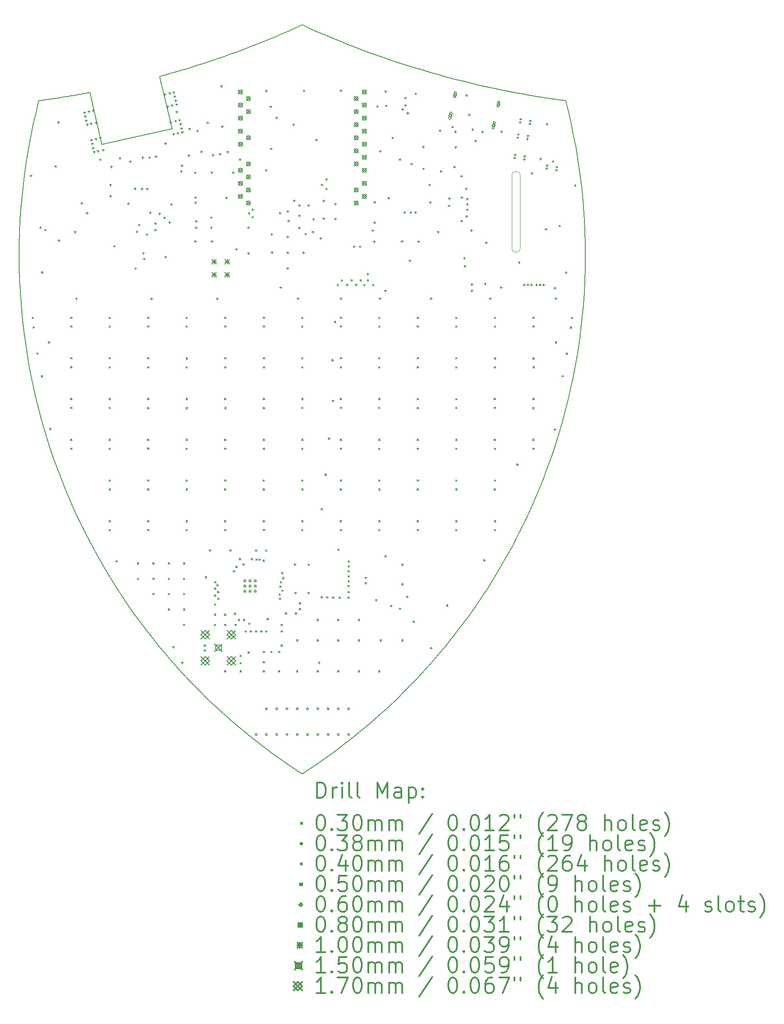
<source format=gbr>
%FSLAX45Y45*%
G04 Gerber Fmt 4.5, Leading zero omitted, Abs format (unit mm)*
G04 Created by KiCad (PCBNEW 5.99.0-unknown-r17145-8bd2765f) date 2019-12-26 06:39:35*
%MOMM*%
%LPD*%
G04 APERTURE LIST*
%ADD10C,0.200000*%
%TA.AperFunction,Profile*%
%ADD11C,0.200000*%
%TD*%
%TA.AperFunction,Profile*%
%ADD12C,0.100000*%
%TD*%
%ADD13C,0.300000*%
G04 APERTURE END LIST*
D10*
X-4688312Y5721905D02*
X-4599879Y5502403D01*
X-4507277Y5285008D01*
X-4410549Y5069772D01*
X-4309736Y4856747D01*
X-4204882Y4645985D01*
X-4096029Y4437539D01*
X-3983221Y4231461D01*
X-3866500Y4027802D01*
X-3745909Y3826616D01*
X-3621490Y3627954D01*
X-3493287Y3431869D01*
X-3361342Y3238413D01*
X-3225698Y3047638D01*
X-3086397Y2859596D01*
X-2943484Y2674340D01*
X-2796999Y2491921D01*
X-2646987Y2312393D01*
X-2493489Y2135806D01*
X-2336549Y1962214D01*
X-2176210Y1791669D01*
X-2012514Y1624222D01*
X-1845503Y1459927D01*
X-1675222Y1298834D01*
X-1501712Y1140998D01*
X-1325016Y986469D01*
X-1145178Y835300D01*
X-962239Y687543D01*
X-776243Y543251D01*
X-587232Y402475D01*
X-395249Y265268D01*
X-200338Y131682D01*
X-2540Y1769D01*
D11*
X-2538768Y12554090D02*
X-3906870Y12248018D01*
D10*
X-2540Y1769D02*
X195261Y131680D01*
X390175Y265263D01*
X582161Y402468D01*
X771175Y543242D01*
X957174Y687533D01*
X1140116Y835288D01*
X1319957Y986455D01*
X1496656Y1140982D01*
X1670169Y1298817D01*
X1840454Y1459908D01*
X2007467Y1624202D01*
X2171167Y1791647D01*
X2331509Y1962191D01*
X2488453Y2135782D01*
X2641953Y2312367D01*
X2791969Y2491895D01*
X2938456Y2674312D01*
X3081373Y2859568D01*
X3220677Y3047609D01*
X3356324Y3238383D01*
X3488272Y3431839D01*
X3616478Y3627923D01*
X3740900Y3826585D01*
X3861495Y4027770D01*
X3978219Y4231428D01*
X4091030Y4437506D01*
X4199886Y4645952D01*
X4304743Y4856714D01*
X4405559Y5069739D01*
X4502291Y5284975D01*
X4594896Y5502370D01*
X4683332Y5721872D01*
X4683332Y5721872D02*
X4767423Y5943074D01*
X4847024Y6165560D01*
X4922128Y6389263D01*
X4992733Y6614115D01*
X5058834Y6840049D01*
X5120427Y7066997D01*
X5177508Y7294893D01*
X5230073Y7523668D01*
X5278118Y7753255D01*
X5321639Y7983587D01*
X5360632Y8214597D01*
X5395093Y8446217D01*
X5425018Y8678380D01*
X5450402Y8911018D01*
X5471243Y9144064D01*
X5487535Y9377451D01*
X5499274Y9611111D01*
X5506457Y9844977D01*
X5509080Y10078981D01*
X5507138Y10313057D01*
X5500628Y10547136D01*
X5489545Y10781151D01*
X5473886Y11015035D01*
X5453646Y11248721D01*
X5428821Y11482141D01*
X5399408Y11715228D01*
X5365401Y11947914D01*
X5326798Y12180132D01*
X5283594Y12411815D01*
X5235785Y12642895D01*
X5183367Y12873304D01*
X5126336Y13102977D01*
D11*
X-2780706Y13573911D02*
X-2538768Y12554090D01*
D10*
X-4132735Y13263285D02*
X-4163771Y13257432D01*
X-4194818Y13251632D01*
X-4225877Y13245888D01*
X-4256947Y13240197D01*
X-4288029Y13234561D01*
X-4319121Y13228979D01*
X-4350225Y13223451D01*
X-4381340Y13217978D01*
X-4412466Y13212559D01*
X-4443603Y13207195D01*
X-4474751Y13201885D01*
X-4505909Y13196629D01*
X-4537078Y13191428D01*
X-4568258Y13186281D01*
X-4599449Y13181189D01*
X-4630650Y13176151D01*
X-4661861Y13171168D01*
X-4693083Y13166239D01*
X-4724316Y13161365D01*
X-4755558Y13156545D01*
X-4786811Y13151781D01*
X-4818073Y13147070D01*
X-4849346Y13142415D01*
X-4880629Y13137814D01*
X-4911921Y13133267D01*
X-4943224Y13128776D01*
X-4974536Y13124339D01*
X-5005858Y13119957D01*
X-5037189Y13115630D01*
X-5068530Y13111357D01*
X-5099881Y13107139D01*
X-5131241Y13102977D01*
X-2540Y14577060D02*
X-86841Y14538797D01*
X-171321Y14500975D01*
X-255980Y14463594D01*
X-340815Y14426656D01*
X-425825Y14390160D01*
X-511007Y14354108D01*
X-596361Y14318499D01*
X-681885Y14283334D01*
X-767576Y14248613D01*
X-853433Y14214338D01*
X-939454Y14180508D01*
X-1025637Y14147124D01*
X-1111981Y14114187D01*
X-1198484Y14081698D01*
X-1285145Y14049655D01*
X-1371960Y14018061D01*
X-1458929Y13986916D01*
X-1546050Y13956219D01*
X-1633321Y13925972D01*
X-1720741Y13896176D01*
X-1808307Y13866830D01*
X-1896017Y13837935D01*
X-1983871Y13809492D01*
X-2071867Y13781501D01*
X-2160002Y13753963D01*
X-2248274Y13726877D01*
X-2336683Y13700246D01*
X-2425226Y13674069D01*
X-2513902Y13648346D01*
X-2602708Y13623079D01*
X-2691643Y13598267D01*
X-2780706Y13573911D01*
D11*
X-3906870Y12248018D02*
X-4132735Y13263285D01*
D10*
X-5131241Y13102977D02*
X-5188273Y12873306D01*
X-5240693Y12642898D01*
X-5288504Y12411820D01*
X-5331710Y12180139D01*
X-5370315Y11947922D01*
X-5404323Y11715237D01*
X-5433738Y11482152D01*
X-5458565Y11248734D01*
X-5478807Y11015049D01*
X-5494469Y10781166D01*
X-5505554Y10547152D01*
X-5512066Y10313075D01*
X-5514010Y10079001D01*
X-5511390Y9844997D01*
X-5504209Y9611133D01*
X-5492471Y9377474D01*
X-5476182Y9144088D01*
X-5455344Y8911043D01*
X-5429962Y8678406D01*
X-5400040Y8446244D01*
X-5365582Y8214625D01*
X-5326591Y7983616D01*
X-5283073Y7753284D01*
X-5235030Y7523697D01*
X-5182468Y7294923D01*
X-5125390Y7067028D01*
X-5063799Y6840080D01*
X-4997701Y6614147D01*
X-4927100Y6389295D01*
X-4851998Y6165593D01*
X-4772401Y5943107D01*
X-4688312Y5721905D01*
X5126336Y13102977D02*
X4960216Y13125665D01*
X4794367Y13149892D01*
X4628803Y13175653D01*
X4463531Y13202947D01*
X4298564Y13231770D01*
X4133910Y13262120D01*
X3969582Y13293992D01*
X3805589Y13327385D01*
X3641942Y13362294D01*
X3478651Y13398718D01*
X3315726Y13436653D01*
X3153178Y13476096D01*
X2991018Y13517045D01*
X2829256Y13559495D01*
X2667902Y13603445D01*
X2506966Y13648891D01*
X2346460Y13695830D01*
X2186394Y13744260D01*
X2026777Y13794176D01*
X1867621Y13845577D01*
X1708936Y13898459D01*
X1550732Y13952819D01*
X1393019Y14008654D01*
X1235809Y14065961D01*
X1079112Y14124738D01*
X922938Y14184981D01*
X767297Y14246687D01*
X612200Y14309853D01*
X457657Y14374476D01*
X303680Y14440554D01*
X150277Y14508083D01*
X-2540Y14577060D01*
D12*
X4240212Y11647640D02*
X4240212Y10232000D01*
X4077384Y11647640D02*
G75*
G02X4240212Y11647640I81414J0D01*
G01*
X4077383Y10232000D02*
X4077383Y11647640D01*
X4240212Y10232000D02*
G75*
G02X4077383Y10232000I-81414J0D01*
G01*
D10*
X-5265000Y8895000D02*
X-5235000Y8865000D01*
X-5235000Y8895000D02*
X-5265000Y8865000D01*
X-5245000Y8705000D02*
X-5215000Y8675000D01*
X-5215000Y8705000D02*
X-5245000Y8675000D01*
X-5171200Y8198880D02*
X-5141200Y8168880D01*
X-5141200Y8198880D02*
X-5171200Y8168880D01*
X-5087380Y7754380D02*
X-5057380Y7724380D01*
X-5057380Y7754380D02*
X-5087380Y7724380D01*
X-5079760Y9778760D02*
X-5049760Y9748760D01*
X-5049760Y9778760D02*
X-5079760Y9748760D01*
X-5016260Y10601720D02*
X-4986260Y10571720D01*
X-4986260Y10601720D02*
X-5016260Y10571720D01*
X-4947680Y8416050D02*
X-4917680Y8386050D01*
X-4917680Y8416050D02*
X-4947680Y8386050D01*
X-4924820Y6730760D02*
X-4894820Y6700760D01*
X-4894820Y6730760D02*
X-4924820Y6700760D01*
X-4820680Y11841240D02*
X-4790680Y11811240D01*
X-4790680Y11841240D02*
X-4820680Y11811240D01*
X-4764800Y12699760D02*
X-4734800Y12669760D01*
X-4734800Y12699760D02*
X-4764800Y12669760D01*
X-4515000Y8895000D02*
X-4485000Y8865000D01*
X-4485000Y8895000D02*
X-4515000Y8865000D01*
X-4515000Y8725000D02*
X-4485000Y8695000D01*
X-4485000Y8725000D02*
X-4515000Y8695000D01*
X-4515000Y8105000D02*
X-4485000Y8075000D01*
X-4485000Y8105000D02*
X-4515000Y8075000D01*
X-4515000Y7932180D02*
X-4485000Y7902180D01*
X-4485000Y7932180D02*
X-4515000Y7902180D01*
X-4515000Y7312420D02*
X-4485000Y7282420D01*
X-4485000Y7312420D02*
X-4515000Y7282420D01*
X-4515000Y7139700D02*
X-4485000Y7109700D01*
X-4485000Y7139700D02*
X-4515000Y7109700D01*
X-4515000Y6519940D02*
X-4485000Y6489940D01*
X-4485000Y6519940D02*
X-4515000Y6489940D01*
X-4515000Y6345560D02*
X-4485000Y6315560D01*
X-4485000Y6345560D02*
X-4515000Y6315560D01*
X-3766580Y7312420D02*
X-3736580Y7282420D01*
X-3736580Y7312420D02*
X-3766580Y7282420D01*
X-3765000Y8895000D02*
X-3735000Y8865000D01*
X-3735000Y8895000D02*
X-3765000Y8865000D01*
X-3765000Y8725000D02*
X-3735000Y8695000D01*
X-3735000Y8725000D02*
X-3765000Y8695000D01*
X-3765000Y8105000D02*
X-3735000Y8075000D01*
X-3735000Y8105000D02*
X-3765000Y8075000D01*
X-3765000Y7929640D02*
X-3735000Y7899640D01*
X-3735000Y7929640D02*
X-3765000Y7899640D01*
X-3765000Y7139700D02*
X-3735000Y7109700D01*
X-3735000Y7139700D02*
X-3765000Y7109700D01*
X-3765000Y6345000D02*
X-3735000Y6315000D01*
X-3735000Y6345000D02*
X-3765000Y6315000D01*
X-3765000Y5727460D02*
X-3735000Y5697460D01*
X-3735000Y5727460D02*
X-3765000Y5697460D01*
X-3765000Y5552200D02*
X-3735000Y5522200D01*
X-3735000Y5552200D02*
X-3765000Y5522200D01*
X-3765000Y4935000D02*
X-3735000Y4905000D01*
X-3735000Y4935000D02*
X-3765000Y4905000D01*
X-3765000Y4762260D02*
X-3735000Y4732260D01*
X-3735000Y4762260D02*
X-3765000Y4732260D01*
X-3764040Y6519940D02*
X-3734040Y6489940D01*
X-3734040Y6519940D02*
X-3764040Y6489940D01*
X-3215000Y4115000D02*
X-3185000Y4085000D01*
X-3185000Y4115000D02*
X-3215000Y4085000D01*
X-3215000Y3815000D02*
X-3185000Y3785000D01*
X-3185000Y3815000D02*
X-3215000Y3785000D01*
X-3015000Y8895000D02*
X-2985000Y8865000D01*
X-2985000Y8895000D02*
X-3015000Y8865000D01*
X-3015000Y8725000D02*
X-2985000Y8695000D01*
X-2985000Y8725000D02*
X-3015000Y8695000D01*
X-3015000Y8105000D02*
X-2985000Y8075000D01*
X-2985000Y8105000D02*
X-3015000Y8075000D01*
X-3015000Y7137160D02*
X-2985000Y7107160D01*
X-2985000Y7137160D02*
X-3015000Y7107160D01*
X-3015000Y6519940D02*
X-2985000Y6489940D01*
X-2985000Y6519940D02*
X-3015000Y6489940D01*
X-3015000Y6346960D02*
X-2985000Y6316960D01*
X-2985000Y6346960D02*
X-3015000Y6316960D01*
X-3015000Y5727460D02*
X-2985000Y5697460D01*
X-2985000Y5727460D02*
X-3015000Y5697460D01*
X-3015000Y5554740D02*
X-2985000Y5524740D01*
X-2985000Y5554740D02*
X-3015000Y5524740D01*
X-3015000Y4935000D02*
X-2985000Y4905000D01*
X-2985000Y4935000D02*
X-3015000Y4905000D01*
X-3015000Y4759720D02*
X-2985000Y4729720D01*
X-2985000Y4759720D02*
X-3015000Y4729720D01*
X-3014740Y7929640D02*
X-2984740Y7899640D01*
X-2984740Y7929640D02*
X-3014740Y7899640D01*
X-3014740Y7312420D02*
X-2984740Y7282420D01*
X-2984740Y7312420D02*
X-3014740Y7282420D01*
X-2915000Y4115000D02*
X-2885000Y4085000D01*
X-2885000Y4115000D02*
X-2915000Y4085000D01*
X-2915000Y3815000D02*
X-2885000Y3785000D01*
X-2885000Y3815000D02*
X-2915000Y3785000D01*
X-2915000Y3515000D02*
X-2885000Y3485000D01*
X-2885000Y3515000D02*
X-2915000Y3485000D01*
X-2615000Y4115000D02*
X-2585000Y4085000D01*
X-2585000Y4115000D02*
X-2615000Y4085000D01*
X-2615000Y3815000D02*
X-2585000Y3785000D01*
X-2585000Y3815000D02*
X-2615000Y3785000D01*
X-2615000Y3515000D02*
X-2585000Y3485000D01*
X-2585000Y3515000D02*
X-2615000Y3485000D01*
X-2615000Y3215000D02*
X-2585000Y3185000D01*
X-2585000Y3215000D02*
X-2615000Y3185000D01*
X-2315000Y4115000D02*
X-2285000Y4085000D01*
X-2285000Y4115000D02*
X-2315000Y4085000D01*
X-2315000Y3815000D02*
X-2285000Y3785000D01*
X-2285000Y3815000D02*
X-2315000Y3785000D01*
X-2315000Y3515000D02*
X-2285000Y3485000D01*
X-2285000Y3515000D02*
X-2315000Y3485000D01*
X-2315000Y3215000D02*
X-2285000Y3185000D01*
X-2285000Y3215000D02*
X-2315000Y3185000D01*
X-2315000Y2915000D02*
X-2285000Y2885000D01*
X-2285000Y2915000D02*
X-2315000Y2885000D01*
X-2265440Y6519940D02*
X-2235440Y6489940D01*
X-2235440Y6519940D02*
X-2265440Y6489940D01*
X-2265440Y4762260D02*
X-2235440Y4732260D01*
X-2235440Y4762260D02*
X-2265440Y4732260D01*
X-2265000Y8895000D02*
X-2235000Y8865000D01*
X-2235000Y8895000D02*
X-2265000Y8865000D01*
X-2265000Y8725000D02*
X-2235000Y8695000D01*
X-2235000Y8725000D02*
X-2265000Y8695000D01*
X-2265000Y8102800D02*
X-2235000Y8072800D01*
X-2235000Y8102800D02*
X-2265000Y8072800D01*
X-2265000Y7929640D02*
X-2235000Y7899640D01*
X-2235000Y7929640D02*
X-2265000Y7899640D01*
X-2265000Y7312420D02*
X-2235000Y7282420D01*
X-2235000Y7312420D02*
X-2265000Y7282420D01*
X-2265000Y7137160D02*
X-2235000Y7107160D01*
X-2235000Y7137160D02*
X-2265000Y7107160D01*
X-2265000Y6345000D02*
X-2235000Y6315000D01*
X-2235000Y6345000D02*
X-2265000Y6315000D01*
X-2265000Y5725000D02*
X-2235000Y5695000D01*
X-2235000Y5725000D02*
X-2265000Y5695000D01*
X-2265000Y5555180D02*
X-2235000Y5525180D01*
X-2235000Y5555180D02*
X-2265000Y5525180D01*
X-2265000Y4935000D02*
X-2235000Y4905000D01*
X-2235000Y4935000D02*
X-2265000Y4905000D01*
X-1915000Y2515000D02*
X-1885000Y2485000D01*
X-1885000Y2515000D02*
X-1915000Y2485000D01*
X-1915000Y2415000D02*
X-1885000Y2385000D01*
X-1885000Y2415000D02*
X-1915000Y2385000D01*
X-1893330Y3843020D02*
X-1863330Y3813020D01*
X-1863330Y3843020D02*
X-1893330Y3813020D01*
X-1815000Y4365000D02*
X-1785000Y4335000D01*
X-1785000Y4365000D02*
X-1815000Y4335000D01*
X-1715000Y3315000D02*
X-1685000Y3285000D01*
X-1685000Y3315000D02*
X-1715000Y3285000D01*
X-1715000Y3115000D02*
X-1685000Y3085000D01*
X-1685000Y3115000D02*
X-1715000Y3085000D01*
X-1715000Y2915000D02*
X-1685000Y2885000D01*
X-1685000Y2915000D02*
X-1715000Y2885000D01*
X-1712990Y3746500D02*
X-1682990Y3716500D01*
X-1682990Y3746500D02*
X-1712990Y3716500D01*
X-1712990Y3622040D02*
X-1682990Y3592040D01*
X-1682990Y3622040D02*
X-1712990Y3592040D01*
X-1712990Y3486150D02*
X-1682990Y3456150D01*
X-1682990Y3486150D02*
X-1712990Y3456150D01*
X-1668540Y3684270D02*
X-1638540Y3654270D01*
X-1638540Y3684270D02*
X-1668540Y3654270D01*
X-1653300Y3554730D02*
X-1623300Y3524730D01*
X-1623300Y3554730D02*
X-1653300Y3524730D01*
X-1653300Y3423920D02*
X-1623300Y3393920D01*
X-1623300Y3423920D02*
X-1653300Y3393920D01*
X-1589800Y13400800D02*
X-1559800Y13370800D01*
X-1559800Y13400800D02*
X-1589800Y13370800D01*
X-1515000Y8895000D02*
X-1485000Y8865000D01*
X-1485000Y8895000D02*
X-1515000Y8865000D01*
X-1515000Y8725000D02*
X-1485000Y8695000D01*
X-1485000Y8725000D02*
X-1515000Y8695000D01*
X-1515000Y8105000D02*
X-1485000Y8075000D01*
X-1485000Y8105000D02*
X-1515000Y8075000D01*
X-1515000Y7929640D02*
X-1485000Y7899640D01*
X-1485000Y7929640D02*
X-1515000Y7899640D01*
X-1515000Y7312420D02*
X-1485000Y7282420D01*
X-1485000Y7312420D02*
X-1515000Y7282420D01*
X-1515000Y6518540D02*
X-1485000Y6488540D01*
X-1485000Y6518540D02*
X-1515000Y6488540D01*
X-1515000Y6345000D02*
X-1485000Y6315000D01*
X-1485000Y6345000D02*
X-1515000Y6315000D01*
X-1515000Y5727460D02*
X-1485000Y5697460D01*
X-1485000Y5727460D02*
X-1515000Y5697460D01*
X-1515000Y5552200D02*
X-1485000Y5522200D01*
X-1485000Y5552200D02*
X-1515000Y5522200D01*
X-1515000Y4935000D02*
X-1485000Y4905000D01*
X-1485000Y4935000D02*
X-1515000Y4905000D01*
X-1515000Y4762260D02*
X-1485000Y4732260D01*
X-1485000Y4762260D02*
X-1515000Y4732260D01*
X-1515000Y3115000D02*
X-1485000Y3085000D01*
X-1485000Y3115000D02*
X-1515000Y3085000D01*
X-1515000Y2915000D02*
X-1485000Y2885000D01*
X-1485000Y2915000D02*
X-1515000Y2885000D01*
X-1515000Y2015000D02*
X-1485000Y1985000D01*
X-1485000Y2015000D02*
X-1515000Y1985000D01*
X-1513600Y7137160D02*
X-1483600Y7107160D01*
X-1483600Y7137160D02*
X-1513600Y7107160D01*
X-1415000Y4365000D02*
X-1385000Y4335000D01*
X-1385000Y4365000D02*
X-1415000Y4335000D01*
X-1348500Y3957320D02*
X-1318500Y3927320D01*
X-1318500Y3957320D02*
X-1348500Y3927320D01*
X-1328180Y3129280D02*
X-1298180Y3099280D01*
X-1298180Y3129280D02*
X-1328180Y3099280D01*
X-1315000Y2915000D02*
X-1285000Y2885000D01*
X-1285000Y2915000D02*
X-1315000Y2885000D01*
X-1298970Y4044950D02*
X-1268970Y4014950D01*
X-1268970Y4044950D02*
X-1298970Y4014950D01*
X-1250710Y3014980D02*
X-1220710Y2984980D01*
X-1220710Y3014980D02*
X-1250710Y2984980D01*
X-1229120Y4199459D02*
X-1199120Y4169459D01*
X-1199120Y4199459D02*
X-1229120Y4169459D01*
X-1215000Y2315000D02*
X-1185000Y2285000D01*
X-1185000Y2315000D02*
X-1215000Y2285000D01*
X-1215000Y2170001D02*
X-1185000Y2140001D01*
X-1185000Y2170001D02*
X-1215000Y2140001D01*
X-1215000Y2015000D02*
X-1185000Y1985000D01*
X-1185000Y2015000D02*
X-1215000Y1985000D01*
X-1160540Y4094240D02*
X-1130540Y4064240D01*
X-1130540Y4094240D02*
X-1160540Y4064240D01*
X-1149110Y3014980D02*
X-1119110Y2984980D01*
X-1119110Y3014980D02*
X-1149110Y2984980D01*
X-1115000Y2790000D02*
X-1085000Y2760000D01*
X-1085000Y2790000D02*
X-1115000Y2760000D01*
X-1058940Y2377440D02*
X-1028940Y2347440D01*
X-1028940Y2377440D02*
X-1058940Y2347440D01*
X-1048780Y2942590D02*
X-1018780Y2912590D01*
X-1018780Y2942590D02*
X-1048780Y2912590D01*
X-1015000Y2790000D02*
X-985000Y2760000D01*
X-985000Y2790000D02*
X-1015000Y2760000D01*
X-995440Y4199459D02*
X-965440Y4169459D01*
X-965440Y4199459D02*
X-995440Y4169459D01*
X-915000Y4365000D02*
X-885000Y4335000D01*
X-885000Y4365000D02*
X-915000Y4335000D01*
X-915000Y2790000D02*
X-885000Y2760000D01*
X-885000Y2790000D02*
X-915000Y2760000D01*
X-905270Y4184219D02*
X-875270Y4154219D01*
X-875270Y4184219D02*
X-905270Y4154219D01*
X-848120Y4184219D02*
X-818120Y4154219D01*
X-818120Y4184219D02*
X-848120Y4154219D01*
X-815000Y2790000D02*
X-785000Y2760000D01*
X-785000Y2790000D02*
X-815000Y2760000D01*
X-766840Y5727460D02*
X-736840Y5697460D01*
X-736840Y5727460D02*
X-766840Y5697460D01*
X-766840Y4165360D02*
X-736840Y4135360D01*
X-736840Y4165360D02*
X-766840Y4135360D01*
X-765000Y8895000D02*
X-735000Y8865000D01*
X-735000Y8895000D02*
X-765000Y8865000D01*
X-765000Y8725000D02*
X-735000Y8695000D01*
X-735000Y8725000D02*
X-765000Y8695000D01*
X-765000Y8105000D02*
X-735000Y8075000D01*
X-735000Y8105000D02*
X-765000Y8075000D01*
X-765000Y7929640D02*
X-735000Y7899640D01*
X-735000Y7929640D02*
X-765000Y7899640D01*
X-765000Y6519940D02*
X-735000Y6489940D01*
X-735000Y6519940D02*
X-765000Y6489940D01*
X-765000Y6345000D02*
X-735000Y6315000D01*
X-735000Y6345000D02*
X-765000Y6315000D01*
X-765000Y5552200D02*
X-735000Y5522200D01*
X-735000Y5552200D02*
X-765000Y5522200D01*
X-765000Y4935000D02*
X-735000Y4905000D01*
X-735000Y4935000D02*
X-765000Y4905000D01*
X-765000Y4762260D02*
X-735000Y4732260D01*
X-735000Y4762260D02*
X-765000Y4732260D01*
X-765000Y2390000D02*
X-735000Y2360000D01*
X-735000Y2390000D02*
X-765000Y2360000D01*
X-765000Y2190000D02*
X-735000Y2160000D01*
X-735000Y2190000D02*
X-765000Y2160000D01*
X-765000Y2015000D02*
X-735000Y1985000D01*
X-735000Y2015000D02*
X-765000Y1985000D01*
X-764300Y7137160D02*
X-734300Y7107160D01*
X-734300Y7137160D02*
X-764300Y7107160D01*
X-761760Y7312420D02*
X-731760Y7282420D01*
X-731760Y7312420D02*
X-761760Y7282420D01*
X-716040Y13309360D02*
X-686040Y13279360D01*
X-686040Y13309360D02*
X-716040Y13279360D01*
X-715000Y4365000D02*
X-685000Y4335000D01*
X-685000Y4365000D02*
X-715000Y4335000D01*
X-715000Y2790000D02*
X-685000Y2760000D01*
X-685000Y2790000D02*
X-715000Y2760000D01*
X-689370Y3027680D02*
X-659370Y2997680D01*
X-659370Y3027680D02*
X-689370Y2997680D01*
X-615000Y2390000D02*
X-585000Y2360000D01*
X-585000Y2390000D02*
X-615000Y2360000D01*
X-465000Y2390000D02*
X-435000Y2360000D01*
X-435000Y2390000D02*
X-465000Y2360000D01*
X-465000Y2015000D02*
X-435000Y1985000D01*
X-435000Y2015000D02*
X-465000Y1985000D01*
X-453150Y3509010D02*
X-423150Y3479010D01*
X-423150Y3509010D02*
X-453150Y3479010D01*
X-451880Y3423680D02*
X-421880Y3393680D01*
X-421880Y3423680D02*
X-451880Y3393680D01*
X-441720Y3662440D02*
X-411720Y3632440D01*
X-411720Y3662440D02*
X-441720Y3632440D01*
X-427710Y3744209D02*
X-397710Y3714209D01*
X-397710Y3744209D02*
X-427710Y3714209D01*
X-415000Y2915000D02*
X-385000Y2885000D01*
X-385000Y2915000D02*
X-415000Y2885000D01*
X-415000Y2790000D02*
X-385000Y2760000D01*
X-385000Y2790000D02*
X-415000Y2760000D01*
X-415000Y2515000D02*
X-385000Y2485000D01*
X-385000Y2515000D02*
X-415000Y2485000D01*
X-408700Y3924060D02*
X-378700Y3894060D01*
X-378700Y3924060D02*
X-408700Y3894060D01*
X-403620Y3583700D02*
X-373620Y3553700D01*
X-373620Y3583700D02*
X-403620Y3553700D01*
X-388380Y3827540D02*
X-358380Y3797540D01*
X-358380Y3827540D02*
X-388380Y3797540D01*
X-332500Y3139200D02*
X-302500Y3109200D01*
X-302500Y3139200D02*
X-332500Y3109200D01*
X-136920Y3140710D02*
X-106920Y3110710D01*
X-106920Y3140710D02*
X-136920Y3110710D01*
X-115000Y2615000D02*
X-85000Y2585000D01*
X-85000Y2615000D02*
X-115000Y2585000D01*
X-115000Y2015000D02*
X-85000Y1985000D01*
X-85000Y2015000D02*
X-115000Y1985000D01*
X-60720Y3335020D02*
X-30720Y3305020D01*
X-30720Y3335020D02*
X-60720Y3305020D01*
X-60720Y3225800D02*
X-30720Y3195800D01*
X-30720Y3225800D02*
X-60720Y3195800D01*
X-15000Y8895000D02*
X15000Y8865000D01*
X15000Y8895000D02*
X-15000Y8865000D01*
X-15000Y8725000D02*
X15000Y8695000D01*
X15000Y8725000D02*
X-15000Y8695000D01*
X-15000Y8105000D02*
X15000Y8075000D01*
X15000Y8105000D02*
X-15000Y8075000D01*
X-15000Y7929640D02*
X15000Y7899640D01*
X15000Y7929640D02*
X-15000Y7899640D01*
X-15000Y7312420D02*
X15000Y7282420D01*
X15000Y7312420D02*
X-15000Y7282420D01*
X-15000Y7139700D02*
X15000Y7109700D01*
X15000Y7139700D02*
X-15000Y7109700D01*
X-15000Y6519940D02*
X15000Y6489940D01*
X15000Y6519940D02*
X-15000Y6489940D01*
X-15000Y6345000D02*
X15000Y6315000D01*
X15000Y6345000D02*
X-15000Y6315000D01*
X-15000Y5727460D02*
X15000Y5697460D01*
X15000Y5727460D02*
X-15000Y5697460D01*
X-15000Y5555000D02*
X15000Y5525000D01*
X15000Y5555000D02*
X-15000Y5525000D01*
X-15000Y4935000D02*
X15000Y4905000D01*
X15000Y4935000D02*
X-15000Y4905000D01*
X-15000Y4759720D02*
X15000Y4729720D01*
X15000Y4759720D02*
X-15000Y4729720D01*
X20560Y13311900D02*
X50560Y13281900D01*
X50560Y13311900D02*
X20560Y13281900D01*
X285000Y3015000D02*
X315000Y2985000D01*
X315000Y3015000D02*
X285000Y2985000D01*
X285000Y2615000D02*
X315000Y2585000D01*
X315000Y2615000D02*
X285000Y2585000D01*
X285000Y2015000D02*
X315000Y1985000D01*
X315000Y2015000D02*
X285000Y1985000D01*
X360920Y5168660D02*
X390920Y5138660D01*
X390920Y5168660D02*
X360920Y5138660D01*
X437120Y5841760D02*
X467120Y5811760D01*
X467120Y5841760D02*
X437120Y5811760D01*
X508240Y6542800D02*
X538240Y6512800D01*
X538240Y6542800D02*
X508240Y6512800D01*
X574280Y8066800D02*
X604280Y8036800D01*
X604280Y8066800D02*
X574280Y8036800D01*
X584440Y7276860D02*
X614440Y7246860D01*
X614440Y7276860D02*
X584440Y7246860D01*
X622540Y8813560D02*
X652540Y8783560D01*
X652540Y8813560D02*
X622540Y8783560D01*
X685000Y3015000D02*
X715000Y2985000D01*
X715000Y3015000D02*
X685000Y2985000D01*
X685000Y2615000D02*
X715000Y2585000D01*
X715000Y2615000D02*
X685000Y2585000D01*
X685000Y2015000D02*
X715000Y1985000D01*
X715000Y2015000D02*
X685000Y1985000D01*
X688580Y4378720D02*
X718580Y4348720D01*
X718580Y4378720D02*
X688580Y4348720D01*
X734300Y13311900D02*
X764300Y13281900D01*
X764300Y13311900D02*
X734300Y13281900D01*
X735000Y8895000D02*
X765000Y8865000D01*
X765000Y8895000D02*
X735000Y8865000D01*
X735000Y8725000D02*
X765000Y8695000D01*
X765000Y8725000D02*
X735000Y8695000D01*
X735000Y8105000D02*
X765000Y8075000D01*
X765000Y8105000D02*
X735000Y8075000D01*
X735000Y7929640D02*
X765000Y7899640D01*
X765000Y7929640D02*
X735000Y7899640D01*
X735000Y7312420D02*
X765000Y7282420D01*
X765000Y7312420D02*
X735000Y7282420D01*
X735000Y7139700D02*
X765000Y7109700D01*
X765000Y7139700D02*
X735000Y7109700D01*
X735000Y6519940D02*
X765000Y6489940D01*
X765000Y6519940D02*
X735000Y6489940D01*
X735000Y6345000D02*
X765000Y6315000D01*
X765000Y6345000D02*
X735000Y6315000D01*
X735000Y5727460D02*
X765000Y5697460D01*
X765000Y5727460D02*
X735000Y5697460D01*
X735000Y5555000D02*
X765000Y5525000D01*
X765000Y5555000D02*
X735000Y5525000D01*
X735000Y4935000D02*
X765000Y4905000D01*
X765000Y4935000D02*
X735000Y4905000D01*
X735000Y4762260D02*
X765000Y4732260D01*
X765000Y4762260D02*
X735000Y4732260D01*
X1085000Y3015000D02*
X1115000Y2985000D01*
X1115000Y3015000D02*
X1085000Y2985000D01*
X1085000Y2615000D02*
X1115000Y2585000D01*
X1115000Y2615000D02*
X1085000Y2585000D01*
X1085000Y2015000D02*
X1115000Y1985000D01*
X1115000Y2015000D02*
X1085000Y1985000D01*
X1483600Y5727460D02*
X1513600Y5697460D01*
X1513600Y5727460D02*
X1483600Y5697460D01*
X1485000Y8895000D02*
X1515000Y8865000D01*
X1515000Y8895000D02*
X1485000Y8865000D01*
X1485000Y8725000D02*
X1515000Y8695000D01*
X1515000Y8725000D02*
X1485000Y8695000D01*
X1485000Y8105000D02*
X1515000Y8075000D01*
X1515000Y8105000D02*
X1485000Y8075000D01*
X1485000Y7929640D02*
X1515000Y7899640D01*
X1515000Y7929640D02*
X1485000Y7899640D01*
X1485000Y7312420D02*
X1515000Y7282420D01*
X1515000Y7312420D02*
X1485000Y7282420D01*
X1485000Y7139700D02*
X1515000Y7109700D01*
X1515000Y7139700D02*
X1485000Y7109700D01*
X1485000Y6519940D02*
X1515000Y6489940D01*
X1515000Y6519940D02*
X1485000Y6489940D01*
X1485000Y6345000D02*
X1515000Y6315000D01*
X1515000Y6345000D02*
X1485000Y6315000D01*
X1485000Y4935000D02*
X1515000Y4905000D01*
X1515000Y4935000D02*
X1485000Y4905000D01*
X1485000Y4759720D02*
X1515000Y4729720D01*
X1515000Y4759720D02*
X1485000Y4729720D01*
X1485000Y2015000D02*
X1515000Y1985000D01*
X1515000Y2015000D02*
X1485000Y1985000D01*
X1486140Y5552200D02*
X1516140Y5522200D01*
X1516140Y5552200D02*
X1486140Y5522200D01*
X1510000Y2615000D02*
X1540000Y2585000D01*
X1540000Y2615000D02*
X1510000Y2585000D01*
X1608060Y13296660D02*
X1638060Y13266660D01*
X1638060Y13296660D02*
X1608060Y13266660D01*
X1935000Y4090000D02*
X1965000Y4060000D01*
X1965000Y4090000D02*
X1935000Y4060000D01*
X1935000Y3708160D02*
X1965000Y3678160D01*
X1965000Y3708160D02*
X1935000Y3678160D01*
X1935000Y2615000D02*
X1965000Y2585000D01*
X1965000Y2615000D02*
X1935000Y2585000D01*
X1937000Y12948000D02*
X1967000Y12918000D01*
X1967000Y12948000D02*
X1937000Y12918000D01*
X2039000Y12878000D02*
X2069000Y12848000D01*
X2069000Y12878000D02*
X2039000Y12848000D01*
X2194800Y13253480D02*
X2224800Y13223480D01*
X2224800Y13253480D02*
X2194800Y13223480D01*
X2232900Y6519940D02*
X2262900Y6489940D01*
X2262900Y6519940D02*
X2232900Y6489940D01*
X2235000Y8895000D02*
X2265000Y8865000D01*
X2265000Y8895000D02*
X2235000Y8865000D01*
X2235000Y8725000D02*
X2265000Y8695000D01*
X2265000Y8725000D02*
X2235000Y8695000D01*
X2235000Y8105000D02*
X2265000Y8075000D01*
X2265000Y8105000D02*
X2235000Y8075000D01*
X2235000Y7932180D02*
X2265000Y7902180D01*
X2265000Y7932180D02*
X2235000Y7902180D01*
X2235000Y7309880D02*
X2265000Y7279880D01*
X2265000Y7309880D02*
X2235000Y7279880D01*
X2235000Y6345000D02*
X2265000Y6315000D01*
X2265000Y6345000D02*
X2235000Y6315000D01*
X2235000Y5727460D02*
X2265000Y5697460D01*
X2265000Y5727460D02*
X2235000Y5697460D01*
X2235000Y5555000D02*
X2265000Y5525000D01*
X2265000Y5555000D02*
X2235000Y5525000D01*
X2235000Y4935000D02*
X2265000Y4905000D01*
X2265000Y4935000D02*
X2235000Y4905000D01*
X2235440Y7137160D02*
X2265440Y7107160D01*
X2265440Y7137160D02*
X2235440Y7107160D01*
X2235440Y4762260D02*
X2265440Y4732260D01*
X2265440Y4762260D02*
X2235440Y4732260D01*
X2664700Y12534660D02*
X2694700Y12504660D01*
X2694700Y12534660D02*
X2664700Y12504660D01*
X2804400Y3294140D02*
X2834400Y3264140D01*
X2834400Y3294140D02*
X2804400Y3264140D01*
X2964420Y12512501D02*
X2994420Y12482501D01*
X2994420Y12512501D02*
X2964420Y12482501D01*
X2982200Y5727460D02*
X3012200Y5697460D01*
X3012200Y5727460D02*
X2982200Y5697460D01*
X2984740Y7309880D02*
X3014740Y7279880D01*
X3014740Y7309880D02*
X2984740Y7279880D01*
X2984740Y6519940D02*
X3014740Y6489940D01*
X3014740Y6519940D02*
X2984740Y6489940D01*
X2985000Y8895000D02*
X3015000Y8865000D01*
X3015000Y8895000D02*
X2985000Y8865000D01*
X2985000Y8725000D02*
X3015000Y8695000D01*
X3015000Y8725000D02*
X2985000Y8695000D01*
X2985000Y8105000D02*
X3015000Y8075000D01*
X3015000Y8105000D02*
X2985000Y8075000D01*
X2985000Y7929640D02*
X3015000Y7899640D01*
X3015000Y7929640D02*
X2985000Y7899640D01*
X2985000Y7139700D02*
X3015000Y7109700D01*
X3015000Y7139700D02*
X2985000Y7109700D01*
X2985000Y6345000D02*
X3015000Y6315000D01*
X3015000Y6345000D02*
X2985000Y6315000D01*
X2985000Y5555000D02*
X3015000Y5525000D01*
X3015000Y5555000D02*
X2985000Y5525000D01*
X2985000Y4935000D02*
X3015000Y4905000D01*
X3015000Y4935000D02*
X2985000Y4905000D01*
X2985000Y4759720D02*
X3015000Y4729720D01*
X3015000Y4759720D02*
X2985000Y4729720D01*
X3180320Y13217920D02*
X3210320Y13187920D01*
X3210320Y13217920D02*
X3180320Y13187920D01*
X3528300Y4172980D02*
X3558300Y4142980D01*
X3558300Y4172980D02*
X3528300Y4142980D01*
X3734040Y7929640D02*
X3764040Y7899640D01*
X3764040Y7929640D02*
X3734040Y7899640D01*
X3734040Y7312420D02*
X3764040Y7282420D01*
X3764040Y7312420D02*
X3734040Y7282420D01*
X3734040Y7139700D02*
X3764040Y7109700D01*
X3764040Y7139700D02*
X3734040Y7109700D01*
X3734040Y6519940D02*
X3764040Y6489940D01*
X3764040Y6519940D02*
X3734040Y6489940D01*
X3734040Y5552200D02*
X3764040Y5522200D01*
X3764040Y5552200D02*
X3734040Y5522200D01*
X3735000Y8895000D02*
X3765000Y8865000D01*
X3765000Y8895000D02*
X3735000Y8865000D01*
X3735000Y8725000D02*
X3765000Y8695000D01*
X3765000Y8725000D02*
X3735000Y8695000D01*
X3735000Y8103279D02*
X3765000Y8073279D01*
X3765000Y8103279D02*
X3735000Y8073279D01*
X3735000Y6345000D02*
X3765000Y6315000D01*
X3765000Y6345000D02*
X3735000Y6315000D01*
X3735000Y5727460D02*
X3765000Y5697460D01*
X3765000Y5727460D02*
X3735000Y5697460D01*
X3735000Y4935000D02*
X3765000Y4905000D01*
X3765000Y4935000D02*
X3735000Y4905000D01*
X3735000Y4762260D02*
X3765000Y4732260D01*
X3765000Y4762260D02*
X3735000Y4732260D01*
X4173460Y6037340D02*
X4203460Y6007340D01*
X4203460Y6037340D02*
X4173460Y6007340D01*
X4483340Y7137160D02*
X4513340Y7107160D01*
X4513340Y7137160D02*
X4483340Y7107160D01*
X4483340Y6519940D02*
X4513340Y6489940D01*
X4513340Y6519940D02*
X4483340Y6489940D01*
X4485000Y8895000D02*
X4515000Y8865000D01*
X4515000Y8895000D02*
X4485000Y8865000D01*
X4485000Y8725000D02*
X4515000Y8695000D01*
X4515000Y8725000D02*
X4485000Y8695000D01*
X4485000Y8103279D02*
X4515000Y8073279D01*
X4515000Y8103279D02*
X4485000Y8073279D01*
X4485000Y6345000D02*
X4515000Y6315000D01*
X4515000Y6345000D02*
X4485000Y6315000D01*
X4485880Y7312420D02*
X4515880Y7282420D01*
X4515880Y7312420D02*
X4485880Y7282420D01*
X4491953Y7934212D02*
X4521953Y7904212D01*
X4521953Y7934212D02*
X4491953Y7904212D01*
X4747500Y12661660D02*
X4777500Y12631660D01*
X4777500Y12661660D02*
X4747500Y12631660D01*
X4922760Y8414780D02*
X4952760Y8384780D01*
X4952760Y8414780D02*
X4922760Y8384780D01*
X4996420Y10680460D02*
X5026420Y10650460D01*
X5026420Y10680460D02*
X4996420Y10650460D01*
X5057380Y7756920D02*
X5087380Y7726920D01*
X5087380Y7756920D02*
X5057380Y7726920D01*
X5138660Y8196340D02*
X5168660Y8166340D01*
X5168660Y8196340D02*
X5138660Y8166340D01*
X5212320Y8701800D02*
X5242320Y8671800D01*
X5242320Y8701800D02*
X5212320Y8671800D01*
X5235000Y8895000D02*
X5265000Y8865000D01*
X5265000Y8895000D02*
X5235000Y8865000D01*
X-881000Y767700D02*
G75*
G03X-881000Y767700I-19000J0D01*
G01*
X-681000Y1267700D02*
G75*
G03X-681000Y1267700I-19000J0D01*
G01*
X-681000Y767700D02*
G75*
G03X-681000Y767700I-19000J0D01*
G01*
X-481000Y1267700D02*
G75*
G03X-481000Y1267700I-19000J0D01*
G01*
X-481000Y767700D02*
G75*
G03X-481000Y767700I-19000J0D01*
G01*
X-281000Y1267700D02*
G75*
G03X-281000Y1267700I-19000J0D01*
G01*
X-281000Y767700D02*
G75*
G03X-281000Y767700I-19000J0D01*
G01*
X-81000Y1267700D02*
G75*
G03X-81000Y1267700I-19000J0D01*
G01*
X-81000Y767700D02*
G75*
G03X-81000Y767700I-19000J0D01*
G01*
X119000Y1267700D02*
G75*
G03X119000Y1267700I-19000J0D01*
G01*
X119000Y767700D02*
G75*
G03X119000Y767700I-19000J0D01*
G01*
X319000Y1267700D02*
G75*
G03X319000Y1267700I-19000J0D01*
G01*
X319000Y767700D02*
G75*
G03X319000Y767700I-19000J0D01*
G01*
X519000Y1267700D02*
G75*
G03X519000Y1267700I-19000J0D01*
G01*
X519000Y767700D02*
G75*
G03X519000Y767700I-19000J0D01*
G01*
X719000Y1267700D02*
G75*
G03X719000Y1267700I-19000J0D01*
G01*
X719000Y767700D02*
G75*
G03X719000Y767700I-19000J0D01*
G01*
X919000Y1267700D02*
G75*
G03X919000Y1267700I-19000J0D01*
G01*
X919000Y767700D02*
G75*
G03X919000Y767700I-19000J0D01*
G01*
X-5283200Y11663360D02*
X-5283200Y11623360D01*
X-5303200Y11643360D02*
X-5263200Y11643360D01*
X-5097780Y10654980D02*
X-5097780Y10614980D01*
X-5117780Y10634980D02*
X-5077780Y10634980D01*
X-4739640Y10403520D02*
X-4739640Y10363520D01*
X-4759640Y10383520D02*
X-4719640Y10383520D01*
X-4424680Y10566080D02*
X-4424680Y10526080D01*
X-4444680Y10546080D02*
X-4404680Y10546080D01*
X-4396740Y9270680D02*
X-4396740Y9230680D01*
X-4416740Y9250680D02*
X-4376740Y9250680D01*
X-4292600Y11124880D02*
X-4292600Y11084880D01*
X-4312600Y11104880D02*
X-4272600Y11104880D01*
X-4191000Y10936920D02*
X-4191000Y10896920D01*
X-4211000Y10916920D02*
X-4171000Y10916920D01*
X-3931920Y11975780D02*
X-3931920Y11935780D01*
X-3951920Y11955780D02*
X-3911920Y11955780D01*
X-3734780Y11483020D02*
X-3734780Y11443020D01*
X-3754780Y11463020D02*
X-3714780Y11463020D01*
X-3733800Y11267120D02*
X-3733800Y11227120D01*
X-3753800Y11247120D02*
X-3713800Y11247120D01*
X-3716020Y11838620D02*
X-3716020Y11798620D01*
X-3736020Y11818620D02*
X-3696020Y11818620D01*
X-3660140Y10291760D02*
X-3660140Y10251760D01*
X-3680140Y10271760D02*
X-3640140Y10271760D01*
X-3614420Y4160200D02*
X-3614420Y4120200D01*
X-3634420Y4140200D02*
X-3594420Y4140200D01*
X-3550920Y12006260D02*
X-3550920Y11966260D01*
X-3570920Y11986260D02*
X-3530920Y11986260D01*
X-3385820Y11119800D02*
X-3385820Y11079800D01*
X-3405820Y11099800D02*
X-3365820Y11099800D01*
X-3349866Y11938759D02*
X-3349866Y11898759D01*
X-3369866Y11918759D02*
X-3329866Y11918759D01*
X-3256355Y11410479D02*
X-3256355Y11370479D01*
X-3276355Y11390479D02*
X-3236355Y11390479D01*
X-3245085Y9859353D02*
X-3245085Y9819353D01*
X-3265085Y9839353D02*
X-3225085Y9839353D01*
X-3220598Y10571626D02*
X-3220598Y10531626D01*
X-3240598Y10551626D02*
X-3200598Y10551626D01*
X-3177540Y10705780D02*
X-3177540Y10665780D01*
X-3197540Y10685780D02*
X-3157540Y10685780D01*
X-3121354Y11404809D02*
X-3121354Y11364809D01*
X-3141354Y11384809D02*
X-3101354Y11384809D01*
X-3108960Y12016420D02*
X-3108960Y11976420D01*
X-3128960Y11996420D02*
X-3088960Y11996420D01*
X-3092556Y10156457D02*
X-3092556Y10116457D01*
X-3112556Y10136457D02*
X-3072556Y10136457D01*
X-3080283Y10044977D02*
X-3080283Y10004977D01*
X-3100283Y10024977D02*
X-3060283Y10024977D01*
X-3026858Y10520360D02*
X-3026858Y10480360D01*
X-3046858Y10500360D02*
X-3006858Y10500360D01*
X-3020060Y11406820D02*
X-3020060Y11366820D01*
X-3040060Y11386820D02*
X-3000060Y11386820D01*
X-2975355Y12018463D02*
X-2975355Y11978463D01*
X-2995355Y11998463D02*
X-2955355Y11998463D01*
X-2959357Y10944540D02*
X-2959357Y10904540D01*
X-2979357Y10924540D02*
X-2939357Y10924540D01*
X-2936240Y9268140D02*
X-2936240Y9228140D01*
X-2956240Y9248140D02*
X-2916240Y9248140D01*
X-2862580Y10606720D02*
X-2862580Y10566720D01*
X-2882580Y10586720D02*
X-2842580Y10586720D01*
X-2860040Y10733720D02*
X-2860040Y10693720D01*
X-2880040Y10713720D02*
X-2840040Y10713720D01*
X-2849880Y12036740D02*
X-2849880Y11996740D01*
X-2869880Y12016740D02*
X-2829880Y12016740D01*
X-2778760Y10921680D02*
X-2778760Y10881680D01*
X-2798760Y10901680D02*
X-2758760Y10901680D01*
X-2684780Y10842940D02*
X-2684780Y10802940D01*
X-2704780Y10822940D02*
X-2664780Y10822940D01*
X-2664460Y12290740D02*
X-2664460Y12250740D01*
X-2684460Y12270740D02*
X-2644460Y12270740D01*
X-2661920Y10080940D02*
X-2661920Y10040940D01*
X-2681920Y10060940D02*
X-2641920Y10060940D01*
X-2583180Y10754180D02*
X-2583180Y10714180D01*
X-2603180Y10734180D02*
X-2563180Y10734180D01*
X-2552700Y11107100D02*
X-2552700Y11067100D01*
X-2572700Y11087100D02*
X-2532700Y11087100D01*
X-2512060Y2491420D02*
X-2512060Y2451420D01*
X-2532060Y2471420D02*
X-2492060Y2471420D01*
X-2443480Y12902880D02*
X-2443480Y12862880D01*
X-2463480Y12882880D02*
X-2423480Y12882880D01*
X-2356635Y11749720D02*
X-2356635Y11709720D01*
X-2376635Y11729720D02*
X-2336635Y11729720D01*
X-2341880Y11858940D02*
X-2341880Y11818940D01*
X-2361880Y11838940D02*
X-2321880Y11838940D01*
X-2336800Y2184080D02*
X-2336800Y2144080D01*
X-2356800Y2164080D02*
X-2316800Y2164080D01*
X-2209804Y12056892D02*
X-2209804Y12016892D01*
X-2229804Y12036892D02*
X-2189804Y12036892D01*
X-2192020Y12572680D02*
X-2192020Y12532680D01*
X-2212020Y12552680D02*
X-2172020Y12552680D01*
X-2085340Y11721780D02*
X-2085340Y11681780D01*
X-2105340Y11701780D02*
X-2065340Y11701780D01*
X-2082800Y10385740D02*
X-2082800Y10345740D01*
X-2102800Y10365740D02*
X-2062800Y10365740D01*
X-2080260Y11239180D02*
X-2080260Y11199180D01*
X-2100260Y11219180D02*
X-2060260Y11219180D01*
X-2077720Y11140120D02*
X-2077720Y11100120D01*
X-2097720Y11120120D02*
X-2057720Y11120120D01*
X-2066307Y10775439D02*
X-2066307Y10735439D01*
X-2086307Y10755439D02*
X-2046307Y10755439D01*
X-2065020Y10652440D02*
X-2065020Y10612440D01*
X-2085020Y10632440D02*
X-2045020Y10632440D01*
X-2044700Y12537120D02*
X-2044700Y12497120D01*
X-2064700Y12517120D02*
X-2024700Y12517120D01*
X-1965960Y12132181D02*
X-1965960Y12092181D01*
X-1985960Y12112181D02*
X-1945960Y12112181D01*
X-1843661Y12694501D02*
X-1843661Y12654501D01*
X-1863661Y12674501D02*
X-1823661Y12674501D01*
X-1772920Y10850560D02*
X-1772920Y10810560D01*
X-1792920Y10830560D02*
X-1752920Y10830560D01*
X-1772920Y10652440D02*
X-1772920Y10612440D01*
X-1792920Y10632440D02*
X-1752920Y10632440D01*
X-1765300Y11726860D02*
X-1765300Y11686860D01*
X-1785300Y11706860D02*
X-1745300Y11706860D01*
X-1757680Y10385740D02*
X-1757680Y10345740D01*
X-1777680Y10365740D02*
X-1737680Y10365740D01*
X-1739900Y12064680D02*
X-1739900Y12024680D01*
X-1759900Y12044680D02*
X-1719900Y12044680D01*
X-1656080Y9268140D02*
X-1656080Y9228140D01*
X-1676080Y9248140D02*
X-1636080Y9248140D01*
X-1600200Y12082460D02*
X-1600200Y12042460D01*
X-1620200Y12062460D02*
X-1580200Y12062460D01*
X-1559560Y12620940D02*
X-1559560Y12580940D01*
X-1579560Y12600940D02*
X-1539560Y12600940D01*
X-1478280Y11234100D02*
X-1478280Y11194100D01*
X-1498280Y11214100D02*
X-1458280Y11214100D01*
X-1452880Y12125640D02*
X-1452880Y12085640D01*
X-1472880Y12105640D02*
X-1432880Y12105640D01*
X-1346200Y11724320D02*
X-1346200Y11684320D01*
X-1366200Y11704320D02*
X-1326200Y11704320D01*
X-1285240Y10230800D02*
X-1285240Y10190800D01*
X-1305240Y10210800D02*
X-1265240Y10210800D01*
X-1214120Y11978320D02*
X-1214120Y11938320D01*
X-1234120Y11958320D02*
X-1194120Y11958320D01*
X-1051560Y10654980D02*
X-1051560Y10614980D01*
X-1071560Y10634980D02*
X-1031560Y10634980D01*
X-1046480Y10152060D02*
X-1046480Y10112060D01*
X-1066480Y10132060D02*
X-1026480Y10132060D01*
X-1036320Y10931840D02*
X-1036320Y10891840D01*
X-1056320Y10911840D02*
X-1016320Y10911840D01*
X-967740Y10858180D02*
X-967740Y10818180D01*
X-987740Y10838180D02*
X-947740Y10838180D01*
X-965200Y11005500D02*
X-965200Y10965500D01*
X-985200Y10985500D02*
X-945200Y10985500D01*
X-706120Y11770040D02*
X-706120Y11730040D01*
X-726120Y11750040D02*
X-686120Y11750040D01*
X-614680Y13004480D02*
X-614680Y12964480D01*
X-634680Y12984480D02*
X-594680Y12984480D01*
X-609600Y12186600D02*
X-609600Y12146600D01*
X-629600Y12166600D02*
X-589600Y12166600D01*
X-596473Y10521325D02*
X-596473Y10481325D01*
X-616473Y10501325D02*
X-576473Y10501325D01*
X-589280Y10168240D02*
X-589280Y10128240D01*
X-609280Y10148240D02*
X-569280Y10148240D01*
X-500380Y12791120D02*
X-500380Y12751120D01*
X-520380Y12771120D02*
X-480380Y12771120D01*
X-434340Y10936920D02*
X-434340Y10896920D01*
X-454340Y10916920D02*
X-414340Y10916920D01*
X-421640Y9486580D02*
X-421640Y9446580D01*
X-441640Y9466580D02*
X-401640Y9466580D01*
X-284480Y10967400D02*
X-284480Y10927400D01*
X-304480Y10947400D02*
X-264480Y10947400D01*
X-284480Y10475580D02*
X-284480Y10435580D01*
X-304480Y10455580D02*
X-264480Y10455580D01*
X-284480Y10165700D02*
X-284480Y10125700D01*
X-304480Y10145700D02*
X-264480Y10145700D01*
X-284480Y9860900D02*
X-284480Y9820900D01*
X-304480Y9840900D02*
X-264480Y9840900D01*
X-269240Y10784520D02*
X-269240Y10744520D01*
X-289240Y10764520D02*
X-249240Y10764520D01*
X-172720Y12659040D02*
X-172720Y12619040D01*
X-192720Y12639040D02*
X-152720Y12639040D01*
X-157480Y11175680D02*
X-157480Y11135680D01*
X-177480Y11155680D02*
X-137480Y11155680D01*
X-144780Y4096700D02*
X-144780Y4056700D01*
X-164780Y4076700D02*
X-124780Y4076700D01*
X-132080Y3542980D02*
X-132080Y3502980D01*
X-152080Y3522980D02*
X-112080Y3522980D01*
X-86360Y9270680D02*
X-86360Y9230680D01*
X-106360Y9250680D02*
X-66360Y9250680D01*
X-60960Y10649900D02*
X-60960Y10609900D01*
X-80960Y10629900D02*
X-40960Y10629900D01*
X-55880Y11084240D02*
X-55880Y11044240D01*
X-75880Y11064240D02*
X-35880Y11064240D01*
X-55880Y10886120D02*
X-55880Y10846120D01*
X-75880Y10866120D02*
X-35880Y10866120D01*
X25400Y10165700D02*
X25400Y10125700D01*
X5400Y10145700D02*
X45400Y10145700D01*
X63500Y10527980D02*
X63500Y10487980D01*
X43500Y10507980D02*
X83500Y10507980D01*
X121920Y11086780D02*
X121920Y11046780D01*
X101920Y11066780D02*
X141920Y11066780D01*
X121920Y3542980D02*
X121920Y3502980D01*
X101920Y3522980D02*
X141920Y3522980D01*
X124460Y4094160D02*
X124460Y4054160D01*
X104460Y4074160D02*
X144460Y4074160D01*
X205740Y10568620D02*
X205740Y10528620D01*
X185740Y10548620D02*
X225740Y10548620D01*
X215900Y10817540D02*
X215900Y10777540D01*
X195900Y10797540D02*
X235900Y10797540D01*
X274320Y12359320D02*
X274320Y12319320D01*
X254320Y12339320D02*
X294320Y12339320D01*
X327660Y2184080D02*
X327660Y2144080D01*
X307660Y2164080D02*
X347660Y2164080D01*
X358140Y10446700D02*
X358140Y10406700D01*
X338140Y10426700D02*
X378140Y10426700D01*
X375920Y3461700D02*
X375920Y3421700D01*
X355920Y3441700D02*
X395920Y3441700D01*
X383540Y11485560D02*
X383540Y11445560D01*
X363540Y11465560D02*
X403540Y11465560D01*
X416560Y11173140D02*
X416560Y11133140D01*
X396560Y11153140D02*
X436560Y11153140D01*
X416560Y10830240D02*
X416560Y10790240D01*
X396560Y10810240D02*
X436560Y10810240D01*
X467360Y11592240D02*
X467360Y11552240D01*
X447360Y11572240D02*
X487360Y11572240D01*
X469900Y11409360D02*
X469900Y11369360D01*
X449900Y11389360D02*
X489900Y11389360D01*
X482600Y3459160D02*
X482600Y3419160D01*
X462600Y3439160D02*
X502600Y3439160D01*
X601980Y3451540D02*
X601980Y3411540D01*
X581980Y3431540D02*
X621980Y3431540D01*
X642620Y11112180D02*
X642620Y11072180D01*
X622620Y11092180D02*
X662620Y11092180D01*
X642620Y10825160D02*
X642620Y10785160D01*
X622620Y10805160D02*
X662620Y10805160D01*
X690880Y9537380D02*
X690880Y9497380D01*
X670880Y9517380D02*
X710880Y9517380D01*
X726440Y3451540D02*
X726440Y3411540D01*
X706440Y3431540D02*
X746440Y3431540D01*
X749300Y9270680D02*
X749300Y9230680D01*
X729300Y9250680D02*
X769300Y9250680D01*
X767080Y9623740D02*
X767080Y9583740D01*
X747080Y9603740D02*
X787080Y9603740D01*
X871220Y9539920D02*
X871220Y9499920D01*
X851220Y9519920D02*
X891220Y9519920D01*
X896620Y3451540D02*
X896620Y3411540D01*
X876620Y3431540D02*
X916620Y3431540D01*
X899160Y3677600D02*
X899160Y3637600D01*
X879160Y3657600D02*
X919160Y3657600D01*
X899160Y3560760D02*
X899160Y3520760D01*
X879160Y3540760D02*
X919160Y3540760D01*
X901261Y3965594D02*
X901261Y3925594D01*
X881261Y3945594D02*
X921261Y3945594D01*
X901700Y3868100D02*
X901700Y3828100D01*
X881700Y3848100D02*
X921700Y3848100D01*
X901704Y4060595D02*
X901704Y4020595D01*
X881704Y4040595D02*
X921704Y4040595D01*
X901750Y3772566D02*
X901750Y3732566D01*
X881750Y3752566D02*
X921750Y3752566D01*
X902708Y4155911D02*
X902708Y4115911D01*
X882708Y4135911D02*
X922708Y4135911D01*
X960120Y9626280D02*
X960120Y9586280D01*
X940120Y9606280D02*
X980120Y9606280D01*
X1008380Y10281600D02*
X1008380Y10241600D01*
X988380Y10261600D02*
X1028380Y10261600D01*
X1049020Y9539920D02*
X1049020Y9499920D01*
X1029020Y9519920D02*
X1069020Y9519920D01*
X1122680Y10281600D02*
X1122680Y10241600D01*
X1102680Y10261600D02*
X1142680Y10261600D01*
X1137920Y9626280D02*
X1137920Y9586280D01*
X1117920Y9606280D02*
X1157920Y9606280D01*
X1207579Y9537380D02*
X1207579Y9497380D01*
X1187579Y9517380D02*
X1227579Y9517380D01*
X1236980Y3840160D02*
X1236980Y3800160D01*
X1216980Y3820160D02*
X1256980Y3820160D01*
X1236980Y3733480D02*
X1236980Y3693480D01*
X1216980Y3713480D02*
X1256980Y3713480D01*
X1275080Y9750740D02*
X1275080Y9710740D01*
X1255080Y9730740D02*
X1295080Y9730740D01*
X1275080Y9626280D02*
X1275080Y9586280D01*
X1255080Y9606280D02*
X1295080Y9606280D01*
X1371030Y10595001D02*
X1371030Y10555001D01*
X1351030Y10575001D02*
X1391030Y10575001D01*
X1376680Y9537380D02*
X1376680Y9497380D01*
X1356680Y9517380D02*
X1396680Y9517380D01*
X1399540Y10380660D02*
X1399540Y10340660D01*
X1379540Y10360660D02*
X1419540Y10360660D01*
X1409425Y11147600D02*
X1409425Y11107600D01*
X1389425Y11127600D02*
X1429425Y11127600D01*
X1409425Y10751360D02*
X1409425Y10711360D01*
X1389425Y10731360D02*
X1429425Y10731360D01*
X1435100Y3405820D02*
X1435100Y3365820D01*
X1415100Y3385820D02*
X1455100Y3385820D01*
X1460500Y13012100D02*
X1460500Y12972100D01*
X1440500Y12992100D02*
X1480500Y12992100D01*
X1508760Y9270680D02*
X1508760Y9230680D01*
X1488760Y9250680D02*
X1528760Y9250680D01*
X1516763Y12138237D02*
X1516763Y12098237D01*
X1496763Y12118237D02*
X1536763Y12118237D01*
X1617980Y9423080D02*
X1617980Y9383080D01*
X1597980Y9403080D02*
X1637980Y9403080D01*
X1620520Y4256720D02*
X1620520Y4216720D01*
X1600520Y4236720D02*
X1640520Y4236720D01*
X1631684Y13025546D02*
X1631684Y12985546D01*
X1611684Y13005546D02*
X1651684Y13005546D01*
X1678940Y11226480D02*
X1678940Y11186480D01*
X1658940Y11206480D02*
X1698940Y11206480D01*
X1729740Y3288980D02*
X1729740Y3248980D01*
X1709740Y3268980D02*
X1749740Y3268980D01*
X1757680Y12399960D02*
X1757680Y12359960D01*
X1737680Y12379960D02*
X1777680Y12379960D01*
X1900120Y11978120D02*
X1900120Y11938120D01*
X1880120Y11958120D02*
X1920120Y11958120D01*
X1902460Y3238180D02*
X1902460Y3198180D01*
X1882460Y3218180D02*
X1922460Y3218180D01*
X1942825Y10387480D02*
X1942825Y10347480D01*
X1922825Y10367480D02*
X1962825Y10367480D01*
X1992385Y10949998D02*
X1992385Y10909998D01*
X1972385Y10929998D02*
X2012385Y10929998D01*
X2006600Y13177200D02*
X2006600Y13137200D01*
X1986600Y13157200D02*
X2026600Y13157200D01*
X2006600Y13029880D02*
X2006600Y12989880D01*
X1986600Y13009880D02*
X2026600Y13009880D01*
X2041180Y3468340D02*
X2041180Y3428340D01*
X2021180Y3448340D02*
X2061180Y3448340D01*
X2092960Y10012360D02*
X2092960Y9972360D01*
X2072960Y9992360D02*
X2112960Y9992360D01*
X2112385Y10950000D02*
X2112385Y10910000D01*
X2092385Y10930000D02*
X2132385Y10930000D01*
X2128520Y11891960D02*
X2128520Y11851960D01*
X2108520Y11871960D02*
X2148520Y11871960D01*
X2169160Y2984180D02*
X2169160Y2944180D01*
X2149160Y2964180D02*
X2189160Y2964180D01*
X2202385Y10949998D02*
X2202385Y10909998D01*
X2182385Y10929998D02*
X2222385Y10929998D01*
X2262385Y10380000D02*
X2262385Y10340000D01*
X2242385Y10360000D02*
X2282385Y10360000D01*
X2356042Y12224846D02*
X2356042Y12184846D01*
X2336042Y12204846D02*
X2376042Y12204846D01*
X2359660Y11797980D02*
X2359660Y11757980D01*
X2339660Y11777980D02*
X2379660Y11777980D01*
X2478165Y11484640D02*
X2478165Y11444640D01*
X2458165Y11464640D02*
X2498165Y11464640D01*
X2493165Y11144640D02*
X2493165Y11104640D01*
X2473165Y11124640D02*
X2513165Y11124640D01*
X2504440Y9270680D02*
X2504440Y9230680D01*
X2484440Y9250680D02*
X2524440Y9250680D01*
X2506980Y2471100D02*
X2506980Y2431100D01*
X2486980Y2451100D02*
X2526980Y2451100D01*
X2643165Y10567140D02*
X2643165Y10527140D01*
X2623165Y10547140D02*
X2663165Y10547140D01*
X2699990Y11751170D02*
X2699990Y11711170D01*
X2679990Y11731170D02*
X2719990Y11731170D01*
X2857225Y11078360D02*
X2857225Y11038360D01*
X2837225Y11058360D02*
X2877225Y11058360D01*
X2862385Y11218769D02*
X2862385Y11178769D01*
X2842385Y11198769D02*
X2882385Y11198769D01*
X2924000Y12611000D02*
X2924000Y12571000D01*
X2904000Y12591000D02*
X2944000Y12591000D01*
X2963542Y11835346D02*
X2963542Y11795346D01*
X2943542Y11815346D02*
X2983542Y11815346D01*
X2987040Y12219620D02*
X2987040Y12179620D01*
X2967040Y12199620D02*
X3007040Y12199620D01*
X3100665Y10782140D02*
X3100665Y10742140D01*
X3080665Y10762140D02*
X3120665Y10762140D01*
X3101000Y11653000D02*
X3101000Y11613000D01*
X3081000Y11633000D02*
X3121000Y11633000D01*
X3107441Y11239639D02*
X3107441Y11199639D01*
X3087441Y11219639D02*
X3127441Y11219639D01*
X3154680Y10058080D02*
X3154680Y10018080D01*
X3134680Y10038080D02*
X3174680Y10038080D01*
X3164840Y9903140D02*
X3164840Y9863140D01*
X3144840Y9883140D02*
X3184840Y9883140D01*
X3189676Y11411797D02*
X3189676Y11371797D01*
X3169676Y11391797D02*
X3209676Y11391797D01*
X3200125Y10873280D02*
X3200125Y10833280D01*
X3180125Y10853280D02*
X3220125Y10853280D01*
X3210285Y11002820D02*
X3210285Y10962820D01*
X3190285Y10982820D02*
X3230285Y10982820D01*
X3210665Y11107140D02*
X3210665Y11067140D01*
X3190665Y11087140D02*
X3230665Y11087140D01*
X3212825Y11211259D02*
X3212825Y11171259D01*
X3192825Y11191259D02*
X3232825Y11191259D01*
X3251200Y12849540D02*
X3251200Y12809540D01*
X3231200Y12829540D02*
X3271200Y12829540D01*
X3293401Y10598985D02*
X3293401Y10558985D01*
X3273401Y10578985D02*
X3313401Y10578985D01*
X3300000Y9550000D02*
X3300000Y9510000D01*
X3280000Y9530000D02*
X3320000Y9530000D01*
X3302000Y9423080D02*
X3302000Y9383080D01*
X3282000Y9403080D02*
X3322000Y9403080D01*
X3315608Y12562502D02*
X3315608Y12522502D01*
X3295608Y12542502D02*
X3335608Y12542502D01*
X3373235Y12342499D02*
X3373235Y12302499D01*
X3353235Y12322499D02*
X3393235Y12322499D01*
X3507740Y12514260D02*
X3507740Y12474260D01*
X3487740Y12494260D02*
X3527740Y12494260D01*
X3561080Y9560240D02*
X3561080Y9520240D01*
X3541080Y9540240D02*
X3581080Y9540240D01*
X3581400Y10360340D02*
X3581400Y10320340D01*
X3561400Y10340340D02*
X3601400Y10340340D01*
X3657600Y9270680D02*
X3657600Y9230680D01*
X3637600Y9250680D02*
X3677600Y9250680D01*
X3870000Y9490000D02*
X3870000Y9450000D01*
X3850000Y9470000D02*
X3890000Y9470000D01*
X3880000Y12520000D02*
X3880000Y12480000D01*
X3860000Y12500000D02*
X3900000Y12500000D01*
X4221480Y9974260D02*
X4221480Y9934260D01*
X4201480Y9954260D02*
X4241480Y9954260D01*
X4320000Y9540000D02*
X4320000Y9500000D01*
X4300000Y9520000D02*
X4340000Y9520000D01*
X4390000Y9540000D02*
X4390000Y9500000D01*
X4370000Y9520000D02*
X4410000Y9520000D01*
X4460000Y9540000D02*
X4460000Y9500000D01*
X4440000Y9520000D02*
X4480000Y9520000D01*
X4470000Y11710000D02*
X4470000Y11670000D01*
X4450000Y11690000D02*
X4490000Y11690000D01*
X4560000Y9540000D02*
X4560000Y9500000D01*
X4540000Y9520000D02*
X4580000Y9520000D01*
X4630000Y9540000D02*
X4630000Y9500000D01*
X4610000Y9520000D02*
X4650000Y9520000D01*
X4640000Y11990000D02*
X4640000Y11950000D01*
X4620000Y11970000D02*
X4660000Y11970000D01*
X4700000Y9540000D02*
X4700000Y9500000D01*
X4680000Y9520000D02*
X4720000Y9520000D01*
X4744720Y10621960D02*
X4744720Y10581960D01*
X4724720Y10601960D02*
X4764720Y10601960D01*
X4881880Y11942760D02*
X4881880Y11902760D01*
X4861880Y11922760D02*
X4901880Y11922760D01*
X4917440Y6725600D02*
X4917440Y6685600D01*
X4897440Y6705600D02*
X4937440Y6705600D01*
X4919980Y9473880D02*
X4919980Y9433880D01*
X4899980Y9453880D02*
X4939980Y9453880D01*
X4935220Y9270680D02*
X4935220Y9230680D01*
X4915220Y9250680D02*
X4955220Y9250680D01*
X5135880Y9778680D02*
X5135880Y9738680D01*
X5115880Y9758680D02*
X5155880Y9758680D01*
X5313680Y11472860D02*
X5313680Y11432860D01*
X5293680Y11452860D02*
X5333680Y11452860D01*
X-4242254Y12892191D02*
X-4242254Y12852191D01*
X-4262254Y12872191D02*
X-4222254Y12872191D01*
X-4225766Y12819026D02*
X-4225766Y12779026D01*
X-4245766Y12799026D02*
X-4205766Y12799026D01*
X-4207079Y12736106D02*
X-4207079Y12696106D01*
X-4227079Y12716106D02*
X-4187079Y12716106D01*
X-4189491Y12658063D02*
X-4189491Y12618063D01*
X-4209491Y12638063D02*
X-4169491Y12638063D01*
X-4154456Y12911977D02*
X-4154456Y12871977D01*
X-4174456Y12891977D02*
X-4134456Y12891977D01*
X-4111448Y12675651D02*
X-4111448Y12635651D01*
X-4131448Y12655651D02*
X-4091448Y12655651D01*
X-4106706Y12358945D02*
X-4106706Y12318945D01*
X-4126706Y12338945D02*
X-4086706Y12338945D01*
X-4090217Y12285780D02*
X-4090217Y12245780D01*
X-4110217Y12265780D02*
X-4070217Y12265780D01*
X-4071536Y12930664D02*
X-4071536Y12890664D01*
X-4091536Y12910664D02*
X-4051536Y12910664D01*
X-4071530Y12202859D02*
X-4071530Y12162859D01*
X-4091530Y12182859D02*
X-4051530Y12182859D01*
X-4053943Y12124817D02*
X-4053943Y12084817D01*
X-4073943Y12104817D02*
X-4033943Y12104817D01*
X-4018908Y12378731D02*
X-4018908Y12338731D01*
X-4038908Y12358731D02*
X-3998908Y12358731D01*
X-4013895Y12697635D02*
X-4013895Y12657635D01*
X-4033895Y12677635D02*
X-3993895Y12677635D01*
X-3975900Y12142404D02*
X-3975900Y12102404D01*
X-3995900Y12122404D02*
X-3955900Y12122404D01*
X-3935987Y12397418D02*
X-3935987Y12357418D01*
X-3955987Y12377418D02*
X-3915987Y12377418D01*
X-3878346Y12164389D02*
X-3878346Y12124389D01*
X-3898346Y12144389D02*
X-3858346Y12144389D01*
X-2676521Y13245044D02*
X-2676521Y13205044D01*
X-2696521Y13225044D02*
X-2656521Y13225044D01*
X-2618881Y13012015D02*
X-2618881Y12972015D01*
X-2638881Y12992015D02*
X-2598881Y12992015D01*
X-2578968Y13267029D02*
X-2578968Y13227029D01*
X-2598968Y13247029D02*
X-2558968Y13247029D01*
X-2565361Y12706302D02*
X-2565361Y12666302D01*
X-2585361Y12686302D02*
X-2545361Y12686302D01*
X-2535960Y13030702D02*
X-2535960Y12990702D01*
X-2555960Y13010702D02*
X-2515960Y13010702D01*
X-2507720Y12473273D02*
X-2507720Y12433273D01*
X-2527720Y12453273D02*
X-2487720Y12453273D01*
X-2500925Y13284617D02*
X-2500925Y13244617D01*
X-2520925Y13264617D02*
X-2480925Y13264617D01*
X-2483337Y13206574D02*
X-2483337Y13166574D01*
X-2503337Y13186574D02*
X-2463337Y13186574D01*
X-2467808Y12728287D02*
X-2467808Y12688287D01*
X-2487808Y12708287D02*
X-2447808Y12708287D01*
X-2464650Y13123653D02*
X-2464650Y13083653D01*
X-2484650Y13103653D02*
X-2444650Y13103653D01*
X-2448162Y13050488D02*
X-2448162Y13010488D01*
X-2468162Y13030488D02*
X-2428162Y13030488D01*
X-2424800Y12491960D02*
X-2424800Y12451960D01*
X-2444800Y12471960D02*
X-2404800Y12471960D01*
X-2389765Y12745874D02*
X-2389765Y12705874D01*
X-2409765Y12725874D02*
X-2369765Y12725874D01*
X-2372177Y12667831D02*
X-2372177Y12627831D01*
X-2392177Y12647831D02*
X-2352177Y12647831D01*
X-2353490Y12584911D02*
X-2353490Y12544911D01*
X-2373490Y12564911D02*
X-2333490Y12564911D01*
X-2337002Y12511746D02*
X-2337002Y12471746D01*
X-2357002Y12491746D02*
X-2317002Y12491746D01*
X4133282Y12012521D02*
X4133282Y11972521D01*
X4113282Y11992521D02*
X4153282Y11992521D01*
X4142668Y12071782D02*
X4142668Y12031782D01*
X4122668Y12051782D02*
X4162668Y12051782D01*
X4142668Y12071782D02*
X4142668Y12031782D01*
X4122668Y12051782D02*
X4162668Y12051782D01*
X4195856Y12407596D02*
X4195856Y12367596D01*
X4175855Y12387596D02*
X4215856Y12387596D01*
X4205242Y12466858D02*
X4205242Y12426858D01*
X4185241Y12446858D02*
X4225242Y12446858D01*
X4242786Y12703903D02*
X4242786Y12663903D01*
X4222786Y12683903D02*
X4262786Y12683903D01*
X4252172Y12763164D02*
X4252172Y12723164D01*
X4232172Y12743164D02*
X4272172Y12743164D01*
X4320943Y11982798D02*
X4320943Y11942798D01*
X4300943Y11962798D02*
X4340943Y11962798D01*
X4330329Y12042060D02*
X4330329Y12002060D01*
X4310329Y12022060D02*
X4350329Y12022060D01*
X4383516Y12377874D02*
X4383516Y12337874D01*
X4363516Y12357874D02*
X4403516Y12357874D01*
X4392902Y12437135D02*
X4392902Y12397135D01*
X4372902Y12417135D02*
X4412902Y12417135D01*
X4430447Y12674180D02*
X4430447Y12634180D01*
X4410447Y12654180D02*
X4450447Y12654180D01*
X4439833Y12733442D02*
X4439833Y12693442D01*
X4419833Y12713442D02*
X4459833Y12713442D01*
X4758071Y11802193D02*
X4758071Y11762193D01*
X4738071Y11782193D02*
X4778071Y11782193D01*
X4767457Y11861454D02*
X4767457Y11821454D01*
X4747457Y11841454D02*
X4787457Y11841454D01*
X4945732Y11772470D02*
X4945732Y11732470D01*
X4925732Y11752470D02*
X4965732Y11752470D01*
X4955118Y11831732D02*
X4955118Y11791732D01*
X4935118Y11811732D02*
X4975118Y11811732D01*
X-1099922Y3741522D02*
X-1099922Y3776878D01*
X-1135278Y3776878D01*
X-1135278Y3741522D01*
X-1099922Y3741522D01*
X-1099922Y3641522D02*
X-1099922Y3676878D01*
X-1135278Y3676878D01*
X-1135278Y3641522D01*
X-1099922Y3641522D01*
X-1099922Y3541522D02*
X-1099922Y3576878D01*
X-1135278Y3576878D01*
X-1135278Y3541522D01*
X-1099922Y3541522D01*
X-999922Y3741522D02*
X-999922Y3776878D01*
X-1035278Y3776878D01*
X-1035278Y3741522D01*
X-999922Y3741522D01*
X-999922Y3641522D02*
X-999922Y3676878D01*
X-1035278Y3676878D01*
X-1035278Y3641522D01*
X-999922Y3641522D01*
X-999922Y3541522D02*
X-999922Y3576878D01*
X-1035278Y3576878D01*
X-1035278Y3541522D01*
X-999922Y3541522D01*
X-899922Y3741522D02*
X-899922Y3776878D01*
X-935278Y3776878D01*
X-935278Y3741522D01*
X-899922Y3741522D01*
X-899922Y3641522D02*
X-899922Y3676878D01*
X-935278Y3676878D01*
X-935278Y3641522D01*
X-899922Y3641522D01*
X-899922Y3541522D02*
X-899922Y3576878D01*
X-935278Y3576878D01*
X-935278Y3541522D01*
X-899922Y3541522D01*
X2882418Y12784687D02*
X2912418Y12814687D01*
X2882418Y12844687D01*
X2852418Y12814687D01*
X2882418Y12784687D01*
X2874796Y12872712D02*
X2850988Y12765320D01*
X2913848Y12864055D02*
X2890040Y12756662D01*
X2850988Y12765320D02*
G75*
G03X2890040Y12756662I19526J-4329D01*
G01*
X2913848Y12864055D02*
G75*
G03X2874796Y12872712I-19526J4329D01*
G01*
X2972241Y13189850D02*
X3002241Y13219850D01*
X2972241Y13249850D01*
X2942241Y13219850D01*
X2972241Y13189850D01*
X2961372Y13263231D02*
X2944057Y13185127D01*
X3000424Y13254573D02*
X2983109Y13176469D01*
X2944057Y13185127D02*
G75*
G03X2983109Y13176469I19526J-4329D01*
G01*
X3000424Y13254573D02*
G75*
G03X2961372Y13263231I-19526J4329D01*
G01*
X3725938Y12597683D02*
X3755938Y12627683D01*
X3725938Y12657683D01*
X3695938Y12627683D01*
X3725938Y12597683D01*
X3718316Y12685708D02*
X3694508Y12578316D01*
X3757368Y12677051D02*
X3733560Y12569658D01*
X3694508Y12578316D02*
G75*
G03X3733560Y12569658I19526J-4329D01*
G01*
X3757368Y12677051D02*
G75*
G03X3718316Y12685708I-19526J4329D01*
G01*
X3815760Y13002846D02*
X3845760Y13032846D01*
X3815760Y13062846D01*
X3785760Y13032846D01*
X3815760Y13002846D01*
X3804892Y13076227D02*
X3787577Y12998123D01*
X3843944Y13067569D02*
X3826629Y12989465D01*
X3787577Y12998123D02*
G75*
G03X3826629Y12989465I19526J-4329D01*
G01*
X3843944Y13067569D02*
G75*
G03X3804892Y13076227I-19526J4329D01*
G01*
X1009500Y12422500D02*
X1089500Y12342500D01*
X1089500Y12422500D02*
X1009500Y12342500D01*
X1089500Y12382500D02*
G75*
G03X1089500Y12382500I-40000J0D01*
G01*
X1166500Y12803500D02*
X1246500Y12723500D01*
X1246500Y12803500D02*
X1166500Y12723500D01*
X1246500Y12763500D02*
G75*
G03X1246500Y12763500I-40000J0D01*
G01*
X1009500Y13184500D02*
X1089500Y13104500D01*
X1089500Y13184500D02*
X1009500Y13104500D01*
X1089500Y13144500D02*
G75*
G03X1089500Y13144500I-40000J0D01*
G01*
X-1089500Y12422500D02*
X-1009500Y12342500D01*
X-1009500Y12422500D02*
X-1089500Y12342500D01*
X-1009500Y12382500D02*
G75*
G03X-1009500Y12382500I-40000J0D01*
G01*
X1009500Y12676500D02*
X1089500Y12596500D01*
X1089500Y12676500D02*
X1009500Y12596500D01*
X1089500Y12636500D02*
G75*
G03X1089500Y12636500I-40000J0D01*
G01*
X1166500Y11533500D02*
X1246500Y11453500D01*
X1246500Y11533500D02*
X1166500Y11453500D01*
X1246500Y11493500D02*
G75*
G03X1246500Y11493500I-40000J0D01*
G01*
X1166500Y13057500D02*
X1246500Y12977500D01*
X1246500Y13057500D02*
X1166500Y12977500D01*
X1246500Y13017500D02*
G75*
G03X1246500Y13017500I-40000J0D01*
G01*
X1009500Y12930500D02*
X1089500Y12850500D01*
X1089500Y12930500D02*
X1009500Y12850500D01*
X1089500Y12890500D02*
G75*
G03X1089500Y12890500I-40000J0D01*
G01*
X-1089500Y11914500D02*
X-1009500Y11834500D01*
X-1009500Y11914500D02*
X-1089500Y11834500D01*
X-1009500Y11874500D02*
G75*
G03X-1009500Y11874500I-40000J0D01*
G01*
X-1089500Y11152500D02*
X-1009500Y11072500D01*
X-1009500Y11152500D02*
X-1089500Y11072500D01*
X-1009500Y11112500D02*
G75*
G03X-1009500Y11112500I-40000J0D01*
G01*
X-1089500Y11660500D02*
X-1009500Y11580500D01*
X-1009500Y11660500D02*
X-1089500Y11580500D01*
X-1009500Y11620500D02*
G75*
G03X-1009500Y11620500I-40000J0D01*
G01*
X1166500Y11279500D02*
X1246500Y11199500D01*
X1246500Y11279500D02*
X1166500Y11199500D01*
X1246500Y11239500D02*
G75*
G03X1246500Y11239500I-40000J0D01*
G01*
X1009500Y11152500D02*
X1089500Y11072500D01*
X1089500Y11152500D02*
X1009500Y11072500D01*
X1089500Y11112500D02*
G75*
G03X1089500Y11112500I-40000J0D01*
G01*
X1009500Y11406500D02*
X1089500Y11326500D01*
X1089500Y11406500D02*
X1009500Y11326500D01*
X1089500Y11366500D02*
G75*
G03X1089500Y11366500I-40000J0D01*
G01*
X-1246500Y11533500D02*
X-1166500Y11453500D01*
X-1166500Y11533500D02*
X-1246500Y11453500D01*
X-1166500Y11493500D02*
G75*
G03X-1166500Y11493500I-40000J0D01*
G01*
X-1246500Y11279500D02*
X-1166500Y11199500D01*
X-1166500Y11279500D02*
X-1246500Y11199500D01*
X-1166500Y11239500D02*
G75*
G03X-1166500Y11239500I-40000J0D01*
G01*
X-1089500Y11406500D02*
X-1009500Y11326500D01*
X-1009500Y11406500D02*
X-1089500Y11326500D01*
X-1009500Y11366500D02*
G75*
G03X-1009500Y11366500I-40000J0D01*
G01*
X-1246500Y11787500D02*
X-1166500Y11707500D01*
X-1166500Y11787500D02*
X-1246500Y11707500D01*
X-1166500Y11747500D02*
G75*
G03X-1166500Y11747500I-40000J0D01*
G01*
X1166500Y11787500D02*
X1246500Y11707500D01*
X1246500Y11787500D02*
X1166500Y11707500D01*
X1246500Y11747500D02*
G75*
G03X1246500Y11747500I-40000J0D01*
G01*
X-1246500Y13311500D02*
X-1166500Y13231500D01*
X-1166500Y13311500D02*
X-1246500Y13231500D01*
X-1166500Y13271500D02*
G75*
G03X-1166500Y13271500I-40000J0D01*
G01*
X-1246500Y13057500D02*
X-1166500Y12977500D01*
X-1166500Y13057500D02*
X-1246500Y12977500D01*
X-1166500Y13017500D02*
G75*
G03X-1166500Y13017500I-40000J0D01*
G01*
X1166500Y12295500D02*
X1246500Y12215500D01*
X1246500Y12295500D02*
X1166500Y12215500D01*
X1246500Y12255500D02*
G75*
G03X1246500Y12255500I-40000J0D01*
G01*
X-1089500Y13184500D02*
X-1009500Y13104500D01*
X-1009500Y13184500D02*
X-1089500Y13104500D01*
X-1009500Y13144500D02*
G75*
G03X-1009500Y13144500I-40000J0D01*
G01*
X-1246500Y12803500D02*
X-1166500Y12723500D01*
X-1166500Y12803500D02*
X-1246500Y12723500D01*
X-1166500Y12763500D02*
G75*
G03X-1166500Y12763500I-40000J0D01*
G01*
X-1089500Y12930500D02*
X-1009500Y12850500D01*
X-1009500Y12930500D02*
X-1089500Y12850500D01*
X-1009500Y12890500D02*
G75*
G03X-1009500Y12890500I-40000J0D01*
G01*
X1009500Y12168500D02*
X1089500Y12088500D01*
X1089500Y12168500D02*
X1009500Y12088500D01*
X1089500Y12128500D02*
G75*
G03X1089500Y12128500I-40000J0D01*
G01*
X1009500Y11914500D02*
X1089500Y11834500D01*
X1089500Y11914500D02*
X1009500Y11834500D01*
X1089500Y11874500D02*
G75*
G03X1089500Y11874500I-40000J0D01*
G01*
X-1246500Y12549500D02*
X-1166500Y12469500D01*
X-1166500Y12549500D02*
X-1246500Y12469500D01*
X-1166500Y12509500D02*
G75*
G03X-1166500Y12509500I-40000J0D01*
G01*
X1166500Y13311500D02*
X1246500Y13231500D01*
X1246500Y13311500D02*
X1166500Y13231500D01*
X1246500Y13271500D02*
G75*
G03X1246500Y13271500I-40000J0D01*
G01*
X1166500Y12041500D02*
X1246500Y11961500D01*
X1246500Y12041500D02*
X1166500Y11961500D01*
X1246500Y12001500D02*
G75*
G03X1246500Y12001500I-40000J0D01*
G01*
X-1246500Y12295500D02*
X-1166500Y12215500D01*
X-1166500Y12295500D02*
X-1246500Y12215500D01*
X-1166500Y12255500D02*
G75*
G03X-1166500Y12255500I-40000J0D01*
G01*
X1166500Y12549500D02*
X1246500Y12469500D01*
X1246500Y12549500D02*
X1166500Y12469500D01*
X1246500Y12509500D02*
G75*
G03X1246500Y12509500I-40000J0D01*
G01*
X-1767040Y10019500D02*
X-1667040Y9919500D01*
X-1667040Y10019500D02*
X-1767040Y9919500D01*
X-1717040Y10019500D02*
X-1717040Y9919500D01*
X-1767040Y9969500D02*
X-1667040Y9969500D01*
X-1767040Y9765500D02*
X-1667040Y9665500D01*
X-1667040Y9765500D02*
X-1767040Y9665500D01*
X-1717040Y9765500D02*
X-1717040Y9665500D01*
X-1767040Y9715500D02*
X-1667040Y9715500D01*
X-1513040Y10019500D02*
X-1413040Y9919500D01*
X-1413040Y10019500D02*
X-1513040Y9919500D01*
X-1463040Y10019500D02*
X-1463040Y9919500D01*
X-1513040Y9969500D02*
X-1413040Y9969500D01*
X-1513040Y9765500D02*
X-1413040Y9665500D01*
X-1413040Y9765500D02*
X-1513040Y9665500D01*
X-1463040Y9765500D02*
X-1463040Y9665500D01*
X-1513040Y9715500D02*
X-1413040Y9715500D01*
X-1709490Y2532690D02*
X-1559490Y2382690D01*
X-1559490Y2532690D02*
X-1709490Y2382690D01*
X-1581456Y2404657D02*
X-1581456Y2510724D01*
X-1687523Y2510724D01*
X-1687523Y2404657D01*
X-1581456Y2404657D01*
X-1973490Y2796690D02*
X-1803490Y2626690D01*
X-1803490Y2796690D02*
X-1973490Y2626690D01*
X-1888490Y2626690D02*
X-1803490Y2711690D01*
X-1888490Y2796690D01*
X-1973490Y2711690D01*
X-1888490Y2626690D01*
X-1973490Y2288690D02*
X-1803490Y2118690D01*
X-1803490Y2288690D02*
X-1973490Y2118690D01*
X-1888490Y2118690D02*
X-1803490Y2203690D01*
X-1888490Y2288690D01*
X-1973490Y2203690D01*
X-1888490Y2118690D01*
X-1465490Y2796690D02*
X-1295490Y2626690D01*
X-1295490Y2796690D02*
X-1465490Y2626690D01*
X-1380490Y2626690D02*
X-1295490Y2711690D01*
X-1380490Y2796690D01*
X-1465490Y2711690D01*
X-1380490Y2626690D01*
X-1465490Y2288690D02*
X-1295490Y2118690D01*
X-1295490Y2288690D02*
X-1465490Y2118690D01*
X-1380490Y2118690D02*
X-1295490Y2203690D01*
X-1380490Y2288690D01*
X-1465490Y2203690D01*
X-1380490Y2118690D01*
D13*
X286429Y-465714D02*
X286429Y-165714D01*
X357857Y-165714D01*
X400714Y-180000D01*
X429286Y-208571D01*
X443571Y-237143D01*
X457857Y-294286D01*
X457857Y-337143D01*
X443571Y-394286D01*
X429286Y-422857D01*
X400714Y-451428D01*
X357857Y-465714D01*
X286429Y-465714D01*
X586429Y-465714D02*
X586429Y-265714D01*
X586429Y-322857D02*
X600714Y-294286D01*
X615000Y-280000D01*
X643571Y-265714D01*
X672143Y-265714D01*
X772143Y-465714D02*
X772143Y-265714D01*
X772143Y-165714D02*
X757857Y-180000D01*
X772143Y-194286D01*
X786428Y-180000D01*
X772143Y-165714D01*
X772143Y-194286D01*
X957857Y-465714D02*
X929286Y-451428D01*
X915000Y-422857D01*
X915000Y-165714D01*
X1115000Y-465714D02*
X1086429Y-451428D01*
X1072143Y-422857D01*
X1072143Y-165714D01*
X1457857Y-465714D02*
X1457857Y-165714D01*
X1557857Y-380000D01*
X1657857Y-165714D01*
X1657857Y-465714D01*
X1929286Y-465714D02*
X1929286Y-308571D01*
X1915000Y-280000D01*
X1886428Y-265714D01*
X1829286Y-265714D01*
X1800714Y-280000D01*
X1929286Y-451428D02*
X1900714Y-465714D01*
X1829286Y-465714D01*
X1800714Y-451428D01*
X1786428Y-422857D01*
X1786428Y-394286D01*
X1800714Y-365714D01*
X1829286Y-351428D01*
X1900714Y-351428D01*
X1929286Y-337143D01*
X2072143Y-265714D02*
X2072143Y-565714D01*
X2072143Y-280000D02*
X2100714Y-265714D01*
X2157857Y-265714D01*
X2186429Y-280000D01*
X2200714Y-294286D01*
X2215000Y-322857D01*
X2215000Y-408571D01*
X2200714Y-437143D01*
X2186429Y-451428D01*
X2157857Y-465714D01*
X2100714Y-465714D01*
X2072143Y-451428D01*
X2343571Y-437143D02*
X2357857Y-451428D01*
X2343571Y-465714D01*
X2329286Y-451428D01*
X2343571Y-437143D01*
X2343571Y-465714D01*
X2343571Y-280000D02*
X2357857Y-294286D01*
X2343571Y-308571D01*
X2329286Y-294286D01*
X2343571Y-280000D01*
X2343571Y-308571D01*
X-30000Y-945000D02*
X0Y-975000D01*
X0Y-945000D02*
X-30000Y-975000D01*
X343571Y-795714D02*
X372143Y-795714D01*
X400714Y-810000D01*
X415000Y-824286D01*
X429286Y-852857D01*
X443571Y-910000D01*
X443571Y-981428D01*
X429286Y-1038571D01*
X415000Y-1067143D01*
X400714Y-1081429D01*
X372143Y-1095714D01*
X343571Y-1095714D01*
X315000Y-1081429D01*
X300714Y-1067143D01*
X286429Y-1038571D01*
X272143Y-981428D01*
X272143Y-910000D01*
X286429Y-852857D01*
X300714Y-824286D01*
X315000Y-810000D01*
X343571Y-795714D01*
X572143Y-1067143D02*
X586429Y-1081429D01*
X572143Y-1095714D01*
X557857Y-1081429D01*
X572143Y-1067143D01*
X572143Y-1095714D01*
X686429Y-795714D02*
X872143Y-795714D01*
X772143Y-910000D01*
X815000Y-910000D01*
X843571Y-924286D01*
X857857Y-938571D01*
X872143Y-967143D01*
X872143Y-1038571D01*
X857857Y-1067143D01*
X843571Y-1081429D01*
X815000Y-1095714D01*
X729286Y-1095714D01*
X700714Y-1081429D01*
X686429Y-1067143D01*
X1057857Y-795714D02*
X1086429Y-795714D01*
X1115000Y-810000D01*
X1129286Y-824286D01*
X1143571Y-852857D01*
X1157857Y-910000D01*
X1157857Y-981428D01*
X1143571Y-1038571D01*
X1129286Y-1067143D01*
X1115000Y-1081429D01*
X1086429Y-1095714D01*
X1057857Y-1095714D01*
X1029286Y-1081429D01*
X1015000Y-1067143D01*
X1000714Y-1038571D01*
X986428Y-981428D01*
X986428Y-910000D01*
X1000714Y-852857D01*
X1015000Y-824286D01*
X1029286Y-810000D01*
X1057857Y-795714D01*
X1286429Y-1095714D02*
X1286429Y-895714D01*
X1286429Y-924286D02*
X1300714Y-910000D01*
X1329286Y-895714D01*
X1372143Y-895714D01*
X1400714Y-910000D01*
X1415000Y-938571D01*
X1415000Y-1095714D01*
X1415000Y-938571D02*
X1429286Y-910000D01*
X1457857Y-895714D01*
X1500714Y-895714D01*
X1529286Y-910000D01*
X1543571Y-938571D01*
X1543571Y-1095714D01*
X1686428Y-1095714D02*
X1686428Y-895714D01*
X1686428Y-924286D02*
X1700714Y-910000D01*
X1729286Y-895714D01*
X1772143Y-895714D01*
X1800714Y-910000D01*
X1815000Y-938571D01*
X1815000Y-1095714D01*
X1815000Y-938571D02*
X1829286Y-910000D01*
X1857857Y-895714D01*
X1900714Y-895714D01*
X1929286Y-910000D01*
X1943571Y-938571D01*
X1943571Y-1095714D01*
X2529286Y-781428D02*
X2272143Y-1167143D01*
X2915000Y-795714D02*
X2943571Y-795714D01*
X2972143Y-810000D01*
X2986428Y-824286D01*
X3000714Y-852857D01*
X3015000Y-910000D01*
X3015000Y-981428D01*
X3000714Y-1038571D01*
X2986428Y-1067143D01*
X2972143Y-1081429D01*
X2943571Y-1095714D01*
X2915000Y-1095714D01*
X2886428Y-1081429D01*
X2872143Y-1067143D01*
X2857857Y-1038571D01*
X2843571Y-981428D01*
X2843571Y-910000D01*
X2857857Y-852857D01*
X2872143Y-824286D01*
X2886428Y-810000D01*
X2915000Y-795714D01*
X3143571Y-1067143D02*
X3157857Y-1081429D01*
X3143571Y-1095714D01*
X3129286Y-1081429D01*
X3143571Y-1067143D01*
X3143571Y-1095714D01*
X3343571Y-795714D02*
X3372143Y-795714D01*
X3400714Y-810000D01*
X3415000Y-824286D01*
X3429286Y-852857D01*
X3443571Y-910000D01*
X3443571Y-981428D01*
X3429286Y-1038571D01*
X3415000Y-1067143D01*
X3400714Y-1081429D01*
X3372143Y-1095714D01*
X3343571Y-1095714D01*
X3315000Y-1081429D01*
X3300714Y-1067143D01*
X3286428Y-1038571D01*
X3272143Y-981428D01*
X3272143Y-910000D01*
X3286428Y-852857D01*
X3300714Y-824286D01*
X3315000Y-810000D01*
X3343571Y-795714D01*
X3729286Y-1095714D02*
X3557857Y-1095714D01*
X3643571Y-1095714D02*
X3643571Y-795714D01*
X3615000Y-838571D01*
X3586428Y-867143D01*
X3557857Y-881428D01*
X3843571Y-824286D02*
X3857857Y-810000D01*
X3886428Y-795714D01*
X3957857Y-795714D01*
X3986428Y-810000D01*
X4000714Y-824286D01*
X4015000Y-852857D01*
X4015000Y-881428D01*
X4000714Y-924286D01*
X3829286Y-1095714D01*
X4015000Y-1095714D01*
X4129286Y-795714D02*
X4129286Y-852857D01*
X4243571Y-795714D02*
X4243571Y-852857D01*
X4686429Y-1210000D02*
X4672143Y-1195714D01*
X4643571Y-1152857D01*
X4629286Y-1124286D01*
X4615000Y-1081429D01*
X4600714Y-1010000D01*
X4600714Y-952857D01*
X4615000Y-881428D01*
X4629286Y-838571D01*
X4643571Y-810000D01*
X4672143Y-767143D01*
X4686429Y-752857D01*
X4786429Y-824286D02*
X4800714Y-810000D01*
X4829286Y-795714D01*
X4900714Y-795714D01*
X4929286Y-810000D01*
X4943571Y-824286D01*
X4957857Y-852857D01*
X4957857Y-881428D01*
X4943571Y-924286D01*
X4772143Y-1095714D01*
X4957857Y-1095714D01*
X5057857Y-795714D02*
X5257857Y-795714D01*
X5129286Y-1095714D01*
X5415000Y-924286D02*
X5386429Y-910000D01*
X5372143Y-895714D01*
X5357857Y-867143D01*
X5357857Y-852857D01*
X5372143Y-824286D01*
X5386429Y-810000D01*
X5415000Y-795714D01*
X5472143Y-795714D01*
X5500714Y-810000D01*
X5515000Y-824286D01*
X5529286Y-852857D01*
X5529286Y-867143D01*
X5515000Y-895714D01*
X5500714Y-910000D01*
X5472143Y-924286D01*
X5415000Y-924286D01*
X5386429Y-938571D01*
X5372143Y-952857D01*
X5357857Y-981428D01*
X5357857Y-1038571D01*
X5372143Y-1067143D01*
X5386429Y-1081429D01*
X5415000Y-1095714D01*
X5472143Y-1095714D01*
X5500714Y-1081429D01*
X5515000Y-1067143D01*
X5529286Y-1038571D01*
X5529286Y-981428D01*
X5515000Y-952857D01*
X5500714Y-938571D01*
X5472143Y-924286D01*
X5886428Y-1095714D02*
X5886428Y-795714D01*
X6015000Y-1095714D02*
X6015000Y-938571D01*
X6000714Y-910000D01*
X5972143Y-895714D01*
X5929286Y-895714D01*
X5900714Y-910000D01*
X5886428Y-924286D01*
X6200714Y-1095714D02*
X6172143Y-1081429D01*
X6157857Y-1067143D01*
X6143571Y-1038571D01*
X6143571Y-952857D01*
X6157857Y-924286D01*
X6172143Y-910000D01*
X6200714Y-895714D01*
X6243571Y-895714D01*
X6272143Y-910000D01*
X6286428Y-924286D01*
X6300714Y-952857D01*
X6300714Y-1038571D01*
X6286428Y-1067143D01*
X6272143Y-1081429D01*
X6243571Y-1095714D01*
X6200714Y-1095714D01*
X6472143Y-1095714D02*
X6443571Y-1081429D01*
X6429286Y-1052857D01*
X6429286Y-795714D01*
X6700714Y-1081429D02*
X6672143Y-1095714D01*
X6615000Y-1095714D01*
X6586428Y-1081429D01*
X6572143Y-1052857D01*
X6572143Y-938571D01*
X6586428Y-910000D01*
X6615000Y-895714D01*
X6672143Y-895714D01*
X6700714Y-910000D01*
X6715000Y-938571D01*
X6715000Y-967143D01*
X6572143Y-995714D01*
X6829286Y-1081429D02*
X6857857Y-1095714D01*
X6915000Y-1095714D01*
X6943571Y-1081429D01*
X6957857Y-1052857D01*
X6957857Y-1038571D01*
X6943571Y-1010000D01*
X6915000Y-995714D01*
X6872143Y-995714D01*
X6843571Y-981428D01*
X6829286Y-952857D01*
X6829286Y-938571D01*
X6843571Y-910000D01*
X6872143Y-895714D01*
X6915000Y-895714D01*
X6943571Y-910000D01*
X7057857Y-1210000D02*
X7072143Y-1195714D01*
X7100714Y-1152857D01*
X7115000Y-1124286D01*
X7129286Y-1081429D01*
X7143571Y-1010000D01*
X7143571Y-952857D01*
X7129286Y-881428D01*
X7115000Y-838571D01*
X7100714Y-810000D01*
X7072143Y-767143D01*
X7057857Y-752857D01*
X0Y-1356000D02*
G75*
G03X0Y-1356000I-19000J0D01*
G01*
X343571Y-1191714D02*
X372143Y-1191714D01*
X400714Y-1206000D01*
X415000Y-1220286D01*
X429286Y-1248857D01*
X443571Y-1306000D01*
X443571Y-1377429D01*
X429286Y-1434571D01*
X415000Y-1463143D01*
X400714Y-1477428D01*
X372143Y-1491714D01*
X343571Y-1491714D01*
X315000Y-1477428D01*
X300714Y-1463143D01*
X286429Y-1434571D01*
X272143Y-1377429D01*
X272143Y-1306000D01*
X286429Y-1248857D01*
X300714Y-1220286D01*
X315000Y-1206000D01*
X343571Y-1191714D01*
X572143Y-1463143D02*
X586429Y-1477428D01*
X572143Y-1491714D01*
X557857Y-1477428D01*
X572143Y-1463143D01*
X572143Y-1491714D01*
X686429Y-1191714D02*
X872143Y-1191714D01*
X772143Y-1306000D01*
X815000Y-1306000D01*
X843571Y-1320286D01*
X857857Y-1334571D01*
X872143Y-1363143D01*
X872143Y-1434571D01*
X857857Y-1463143D01*
X843571Y-1477428D01*
X815000Y-1491714D01*
X729286Y-1491714D01*
X700714Y-1477428D01*
X686429Y-1463143D01*
X1043571Y-1320286D02*
X1015000Y-1306000D01*
X1000714Y-1291714D01*
X986428Y-1263143D01*
X986428Y-1248857D01*
X1000714Y-1220286D01*
X1015000Y-1206000D01*
X1043571Y-1191714D01*
X1100714Y-1191714D01*
X1129286Y-1206000D01*
X1143571Y-1220286D01*
X1157857Y-1248857D01*
X1157857Y-1263143D01*
X1143571Y-1291714D01*
X1129286Y-1306000D01*
X1100714Y-1320286D01*
X1043571Y-1320286D01*
X1015000Y-1334571D01*
X1000714Y-1348857D01*
X986428Y-1377429D01*
X986428Y-1434571D01*
X1000714Y-1463143D01*
X1015000Y-1477428D01*
X1043571Y-1491714D01*
X1100714Y-1491714D01*
X1129286Y-1477428D01*
X1143571Y-1463143D01*
X1157857Y-1434571D01*
X1157857Y-1377429D01*
X1143571Y-1348857D01*
X1129286Y-1334571D01*
X1100714Y-1320286D01*
X1286429Y-1491714D02*
X1286429Y-1291714D01*
X1286429Y-1320286D02*
X1300714Y-1306000D01*
X1329286Y-1291714D01*
X1372143Y-1291714D01*
X1400714Y-1306000D01*
X1415000Y-1334571D01*
X1415000Y-1491714D01*
X1415000Y-1334571D02*
X1429286Y-1306000D01*
X1457857Y-1291714D01*
X1500714Y-1291714D01*
X1529286Y-1306000D01*
X1543571Y-1334571D01*
X1543571Y-1491714D01*
X1686428Y-1491714D02*
X1686428Y-1291714D01*
X1686428Y-1320286D02*
X1700714Y-1306000D01*
X1729286Y-1291714D01*
X1772143Y-1291714D01*
X1800714Y-1306000D01*
X1815000Y-1334571D01*
X1815000Y-1491714D01*
X1815000Y-1334571D02*
X1829286Y-1306000D01*
X1857857Y-1291714D01*
X1900714Y-1291714D01*
X1929286Y-1306000D01*
X1943571Y-1334571D01*
X1943571Y-1491714D01*
X2529286Y-1177429D02*
X2272143Y-1563143D01*
X2915000Y-1191714D02*
X2943571Y-1191714D01*
X2972143Y-1206000D01*
X2986428Y-1220286D01*
X3000714Y-1248857D01*
X3015000Y-1306000D01*
X3015000Y-1377429D01*
X3000714Y-1434571D01*
X2986428Y-1463143D01*
X2972143Y-1477428D01*
X2943571Y-1491714D01*
X2915000Y-1491714D01*
X2886428Y-1477428D01*
X2872143Y-1463143D01*
X2857857Y-1434571D01*
X2843571Y-1377429D01*
X2843571Y-1306000D01*
X2857857Y-1248857D01*
X2872143Y-1220286D01*
X2886428Y-1206000D01*
X2915000Y-1191714D01*
X3143571Y-1463143D02*
X3157857Y-1477428D01*
X3143571Y-1491714D01*
X3129286Y-1477428D01*
X3143571Y-1463143D01*
X3143571Y-1491714D01*
X3343571Y-1191714D02*
X3372143Y-1191714D01*
X3400714Y-1206000D01*
X3415000Y-1220286D01*
X3429286Y-1248857D01*
X3443571Y-1306000D01*
X3443571Y-1377429D01*
X3429286Y-1434571D01*
X3415000Y-1463143D01*
X3400714Y-1477428D01*
X3372143Y-1491714D01*
X3343571Y-1491714D01*
X3315000Y-1477428D01*
X3300714Y-1463143D01*
X3286428Y-1434571D01*
X3272143Y-1377429D01*
X3272143Y-1306000D01*
X3286428Y-1248857D01*
X3300714Y-1220286D01*
X3315000Y-1206000D01*
X3343571Y-1191714D01*
X3729286Y-1491714D02*
X3557857Y-1491714D01*
X3643571Y-1491714D02*
X3643571Y-1191714D01*
X3615000Y-1234571D01*
X3586428Y-1263143D01*
X3557857Y-1277429D01*
X4000714Y-1191714D02*
X3857857Y-1191714D01*
X3843571Y-1334571D01*
X3857857Y-1320286D01*
X3886428Y-1306000D01*
X3957857Y-1306000D01*
X3986428Y-1320286D01*
X4000714Y-1334571D01*
X4015000Y-1363143D01*
X4015000Y-1434571D01*
X4000714Y-1463143D01*
X3986428Y-1477428D01*
X3957857Y-1491714D01*
X3886428Y-1491714D01*
X3857857Y-1477428D01*
X3843571Y-1463143D01*
X4129286Y-1191714D02*
X4129286Y-1248857D01*
X4243571Y-1191714D02*
X4243571Y-1248857D01*
X4686429Y-1606000D02*
X4672143Y-1591714D01*
X4643571Y-1548857D01*
X4629286Y-1520286D01*
X4615000Y-1477428D01*
X4600714Y-1406000D01*
X4600714Y-1348857D01*
X4615000Y-1277429D01*
X4629286Y-1234571D01*
X4643571Y-1206000D01*
X4672143Y-1163143D01*
X4686429Y-1148857D01*
X4957857Y-1491714D02*
X4786429Y-1491714D01*
X4872143Y-1491714D02*
X4872143Y-1191714D01*
X4843571Y-1234571D01*
X4815000Y-1263143D01*
X4786429Y-1277429D01*
X5100714Y-1491714D02*
X5157857Y-1491714D01*
X5186429Y-1477428D01*
X5200714Y-1463143D01*
X5229286Y-1420286D01*
X5243571Y-1363143D01*
X5243571Y-1248857D01*
X5229286Y-1220286D01*
X5215000Y-1206000D01*
X5186429Y-1191714D01*
X5129286Y-1191714D01*
X5100714Y-1206000D01*
X5086429Y-1220286D01*
X5072143Y-1248857D01*
X5072143Y-1320286D01*
X5086429Y-1348857D01*
X5100714Y-1363143D01*
X5129286Y-1377429D01*
X5186429Y-1377429D01*
X5215000Y-1363143D01*
X5229286Y-1348857D01*
X5243571Y-1320286D01*
X5600714Y-1491714D02*
X5600714Y-1191714D01*
X5729286Y-1491714D02*
X5729286Y-1334571D01*
X5715000Y-1306000D01*
X5686428Y-1291714D01*
X5643571Y-1291714D01*
X5615000Y-1306000D01*
X5600714Y-1320286D01*
X5915000Y-1491714D02*
X5886428Y-1477428D01*
X5872143Y-1463143D01*
X5857857Y-1434571D01*
X5857857Y-1348857D01*
X5872143Y-1320286D01*
X5886428Y-1306000D01*
X5915000Y-1291714D01*
X5957857Y-1291714D01*
X5986428Y-1306000D01*
X6000714Y-1320286D01*
X6015000Y-1348857D01*
X6015000Y-1434571D01*
X6000714Y-1463143D01*
X5986428Y-1477428D01*
X5957857Y-1491714D01*
X5915000Y-1491714D01*
X6186428Y-1491714D02*
X6157857Y-1477428D01*
X6143571Y-1448857D01*
X6143571Y-1191714D01*
X6415000Y-1477428D02*
X6386428Y-1491714D01*
X6329286Y-1491714D01*
X6300714Y-1477428D01*
X6286428Y-1448857D01*
X6286428Y-1334571D01*
X6300714Y-1306000D01*
X6329286Y-1291714D01*
X6386428Y-1291714D01*
X6415000Y-1306000D01*
X6429286Y-1334571D01*
X6429286Y-1363143D01*
X6286428Y-1391714D01*
X6543571Y-1477428D02*
X6572143Y-1491714D01*
X6629286Y-1491714D01*
X6657857Y-1477428D01*
X6672143Y-1448857D01*
X6672143Y-1434571D01*
X6657857Y-1406000D01*
X6629286Y-1391714D01*
X6586428Y-1391714D01*
X6557857Y-1377429D01*
X6543571Y-1348857D01*
X6543571Y-1334571D01*
X6557857Y-1306000D01*
X6586428Y-1291714D01*
X6629286Y-1291714D01*
X6657857Y-1306000D01*
X6772143Y-1606000D02*
X6786428Y-1591714D01*
X6815000Y-1548857D01*
X6829286Y-1520286D01*
X6843571Y-1477428D01*
X6857857Y-1406000D01*
X6857857Y-1348857D01*
X6843571Y-1277429D01*
X6829286Y-1234571D01*
X6815000Y-1206000D01*
X6786428Y-1163143D01*
X6772143Y-1148857D01*
X-20000Y-1732000D02*
X-20000Y-1772000D01*
X-40000Y-1752000D02*
X0Y-1752000D01*
X343571Y-1587714D02*
X372143Y-1587714D01*
X400714Y-1602000D01*
X415000Y-1616286D01*
X429286Y-1644857D01*
X443571Y-1702000D01*
X443571Y-1773428D01*
X429286Y-1830571D01*
X415000Y-1859143D01*
X400714Y-1873428D01*
X372143Y-1887714D01*
X343571Y-1887714D01*
X315000Y-1873428D01*
X300714Y-1859143D01*
X286429Y-1830571D01*
X272143Y-1773428D01*
X272143Y-1702000D01*
X286429Y-1644857D01*
X300714Y-1616286D01*
X315000Y-1602000D01*
X343571Y-1587714D01*
X572143Y-1859143D02*
X586429Y-1873428D01*
X572143Y-1887714D01*
X557857Y-1873428D01*
X572143Y-1859143D01*
X572143Y-1887714D01*
X843571Y-1687714D02*
X843571Y-1887714D01*
X772143Y-1573428D02*
X700714Y-1787714D01*
X886428Y-1787714D01*
X1057857Y-1587714D02*
X1086429Y-1587714D01*
X1115000Y-1602000D01*
X1129286Y-1616286D01*
X1143571Y-1644857D01*
X1157857Y-1702000D01*
X1157857Y-1773428D01*
X1143571Y-1830571D01*
X1129286Y-1859143D01*
X1115000Y-1873428D01*
X1086429Y-1887714D01*
X1057857Y-1887714D01*
X1029286Y-1873428D01*
X1015000Y-1859143D01*
X1000714Y-1830571D01*
X986428Y-1773428D01*
X986428Y-1702000D01*
X1000714Y-1644857D01*
X1015000Y-1616286D01*
X1029286Y-1602000D01*
X1057857Y-1587714D01*
X1286429Y-1887714D02*
X1286429Y-1687714D01*
X1286429Y-1716286D02*
X1300714Y-1702000D01*
X1329286Y-1687714D01*
X1372143Y-1687714D01*
X1400714Y-1702000D01*
X1415000Y-1730571D01*
X1415000Y-1887714D01*
X1415000Y-1730571D02*
X1429286Y-1702000D01*
X1457857Y-1687714D01*
X1500714Y-1687714D01*
X1529286Y-1702000D01*
X1543571Y-1730571D01*
X1543571Y-1887714D01*
X1686428Y-1887714D02*
X1686428Y-1687714D01*
X1686428Y-1716286D02*
X1700714Y-1702000D01*
X1729286Y-1687714D01*
X1772143Y-1687714D01*
X1800714Y-1702000D01*
X1815000Y-1730571D01*
X1815000Y-1887714D01*
X1815000Y-1730571D02*
X1829286Y-1702000D01*
X1857857Y-1687714D01*
X1900714Y-1687714D01*
X1929286Y-1702000D01*
X1943571Y-1730571D01*
X1943571Y-1887714D01*
X2529286Y-1573428D02*
X2272143Y-1959143D01*
X2915000Y-1587714D02*
X2943571Y-1587714D01*
X2972143Y-1602000D01*
X2986428Y-1616286D01*
X3000714Y-1644857D01*
X3015000Y-1702000D01*
X3015000Y-1773428D01*
X3000714Y-1830571D01*
X2986428Y-1859143D01*
X2972143Y-1873428D01*
X2943571Y-1887714D01*
X2915000Y-1887714D01*
X2886428Y-1873428D01*
X2872143Y-1859143D01*
X2857857Y-1830571D01*
X2843571Y-1773428D01*
X2843571Y-1702000D01*
X2857857Y-1644857D01*
X2872143Y-1616286D01*
X2886428Y-1602000D01*
X2915000Y-1587714D01*
X3143571Y-1859143D02*
X3157857Y-1873428D01*
X3143571Y-1887714D01*
X3129286Y-1873428D01*
X3143571Y-1859143D01*
X3143571Y-1887714D01*
X3343571Y-1587714D02*
X3372143Y-1587714D01*
X3400714Y-1602000D01*
X3415000Y-1616286D01*
X3429286Y-1644857D01*
X3443571Y-1702000D01*
X3443571Y-1773428D01*
X3429286Y-1830571D01*
X3415000Y-1859143D01*
X3400714Y-1873428D01*
X3372143Y-1887714D01*
X3343571Y-1887714D01*
X3315000Y-1873428D01*
X3300714Y-1859143D01*
X3286428Y-1830571D01*
X3272143Y-1773428D01*
X3272143Y-1702000D01*
X3286428Y-1644857D01*
X3300714Y-1616286D01*
X3315000Y-1602000D01*
X3343571Y-1587714D01*
X3729286Y-1887714D02*
X3557857Y-1887714D01*
X3643571Y-1887714D02*
X3643571Y-1587714D01*
X3615000Y-1630571D01*
X3586428Y-1659143D01*
X3557857Y-1673428D01*
X3986428Y-1587714D02*
X3929286Y-1587714D01*
X3900714Y-1602000D01*
X3886428Y-1616286D01*
X3857857Y-1659143D01*
X3843571Y-1716286D01*
X3843571Y-1830571D01*
X3857857Y-1859143D01*
X3872143Y-1873428D01*
X3900714Y-1887714D01*
X3957857Y-1887714D01*
X3986428Y-1873428D01*
X4000714Y-1859143D01*
X4015000Y-1830571D01*
X4015000Y-1759143D01*
X4000714Y-1730571D01*
X3986428Y-1716286D01*
X3957857Y-1702000D01*
X3900714Y-1702000D01*
X3872143Y-1716286D01*
X3857857Y-1730571D01*
X3843571Y-1759143D01*
X4129286Y-1587714D02*
X4129286Y-1644857D01*
X4243571Y-1587714D02*
X4243571Y-1644857D01*
X4686429Y-2002000D02*
X4672143Y-1987714D01*
X4643571Y-1944857D01*
X4629286Y-1916286D01*
X4615000Y-1873428D01*
X4600714Y-1802000D01*
X4600714Y-1744857D01*
X4615000Y-1673428D01*
X4629286Y-1630571D01*
X4643571Y-1602000D01*
X4672143Y-1559143D01*
X4686429Y-1544857D01*
X4786429Y-1616286D02*
X4800714Y-1602000D01*
X4829286Y-1587714D01*
X4900714Y-1587714D01*
X4929286Y-1602000D01*
X4943571Y-1616286D01*
X4957857Y-1644857D01*
X4957857Y-1673428D01*
X4943571Y-1716286D01*
X4772143Y-1887714D01*
X4957857Y-1887714D01*
X5215000Y-1587714D02*
X5157857Y-1587714D01*
X5129286Y-1602000D01*
X5115000Y-1616286D01*
X5086429Y-1659143D01*
X5072143Y-1716286D01*
X5072143Y-1830571D01*
X5086429Y-1859143D01*
X5100714Y-1873428D01*
X5129286Y-1887714D01*
X5186429Y-1887714D01*
X5215000Y-1873428D01*
X5229286Y-1859143D01*
X5243571Y-1830571D01*
X5243571Y-1759143D01*
X5229286Y-1730571D01*
X5215000Y-1716286D01*
X5186429Y-1702000D01*
X5129286Y-1702000D01*
X5100714Y-1716286D01*
X5086429Y-1730571D01*
X5072143Y-1759143D01*
X5500714Y-1687714D02*
X5500714Y-1887714D01*
X5429286Y-1573428D02*
X5357857Y-1787714D01*
X5543571Y-1787714D01*
X5886428Y-1887714D02*
X5886428Y-1587714D01*
X6015000Y-1887714D02*
X6015000Y-1730571D01*
X6000714Y-1702000D01*
X5972143Y-1687714D01*
X5929286Y-1687714D01*
X5900714Y-1702000D01*
X5886428Y-1716286D01*
X6200714Y-1887714D02*
X6172143Y-1873428D01*
X6157857Y-1859143D01*
X6143571Y-1830571D01*
X6143571Y-1744857D01*
X6157857Y-1716286D01*
X6172143Y-1702000D01*
X6200714Y-1687714D01*
X6243571Y-1687714D01*
X6272143Y-1702000D01*
X6286428Y-1716286D01*
X6300714Y-1744857D01*
X6300714Y-1830571D01*
X6286428Y-1859143D01*
X6272143Y-1873428D01*
X6243571Y-1887714D01*
X6200714Y-1887714D01*
X6472143Y-1887714D02*
X6443571Y-1873428D01*
X6429286Y-1844857D01*
X6429286Y-1587714D01*
X6700714Y-1873428D02*
X6672143Y-1887714D01*
X6615000Y-1887714D01*
X6586428Y-1873428D01*
X6572143Y-1844857D01*
X6572143Y-1730571D01*
X6586428Y-1702000D01*
X6615000Y-1687714D01*
X6672143Y-1687714D01*
X6700714Y-1702000D01*
X6715000Y-1730571D01*
X6715000Y-1759143D01*
X6572143Y-1787714D01*
X6829286Y-1873428D02*
X6857857Y-1887714D01*
X6915000Y-1887714D01*
X6943571Y-1873428D01*
X6957857Y-1844857D01*
X6957857Y-1830571D01*
X6943571Y-1802000D01*
X6915000Y-1787714D01*
X6872143Y-1787714D01*
X6843571Y-1773428D01*
X6829286Y-1744857D01*
X6829286Y-1730571D01*
X6843571Y-1702000D01*
X6872143Y-1687714D01*
X6915000Y-1687714D01*
X6943571Y-1702000D01*
X7057857Y-2002000D02*
X7072143Y-1987714D01*
X7100714Y-1944857D01*
X7115000Y-1916286D01*
X7129286Y-1873428D01*
X7143571Y-1802000D01*
X7143571Y-1744857D01*
X7129286Y-1673428D01*
X7115000Y-1630571D01*
X7100714Y-1602000D01*
X7072143Y-1559143D01*
X7057857Y-1544857D01*
X-7322Y-2165678D02*
X-7322Y-2130322D01*
X-42678Y-2130322D01*
X-42678Y-2165678D01*
X-7322Y-2165678D01*
X343571Y-1983714D02*
X372143Y-1983714D01*
X400714Y-1998000D01*
X415000Y-2012286D01*
X429286Y-2040857D01*
X443571Y-2098000D01*
X443571Y-2169429D01*
X429286Y-2226571D01*
X415000Y-2255143D01*
X400714Y-2269429D01*
X372143Y-2283714D01*
X343571Y-2283714D01*
X315000Y-2269429D01*
X300714Y-2255143D01*
X286429Y-2226571D01*
X272143Y-2169429D01*
X272143Y-2098000D01*
X286429Y-2040857D01*
X300714Y-2012286D01*
X315000Y-1998000D01*
X343571Y-1983714D01*
X572143Y-2255143D02*
X586429Y-2269429D01*
X572143Y-2283714D01*
X557857Y-2269429D01*
X572143Y-2255143D01*
X572143Y-2283714D01*
X857857Y-1983714D02*
X715000Y-1983714D01*
X700714Y-2126571D01*
X715000Y-2112286D01*
X743571Y-2098000D01*
X815000Y-2098000D01*
X843571Y-2112286D01*
X857857Y-2126571D01*
X872143Y-2155143D01*
X872143Y-2226571D01*
X857857Y-2255143D01*
X843571Y-2269429D01*
X815000Y-2283714D01*
X743571Y-2283714D01*
X715000Y-2269429D01*
X700714Y-2255143D01*
X1057857Y-1983714D02*
X1086429Y-1983714D01*
X1115000Y-1998000D01*
X1129286Y-2012286D01*
X1143571Y-2040857D01*
X1157857Y-2098000D01*
X1157857Y-2169429D01*
X1143571Y-2226571D01*
X1129286Y-2255143D01*
X1115000Y-2269429D01*
X1086429Y-2283714D01*
X1057857Y-2283714D01*
X1029286Y-2269429D01*
X1015000Y-2255143D01*
X1000714Y-2226571D01*
X986428Y-2169429D01*
X986428Y-2098000D01*
X1000714Y-2040857D01*
X1015000Y-2012286D01*
X1029286Y-1998000D01*
X1057857Y-1983714D01*
X1286429Y-2283714D02*
X1286429Y-2083714D01*
X1286429Y-2112286D02*
X1300714Y-2098000D01*
X1329286Y-2083714D01*
X1372143Y-2083714D01*
X1400714Y-2098000D01*
X1415000Y-2126571D01*
X1415000Y-2283714D01*
X1415000Y-2126571D02*
X1429286Y-2098000D01*
X1457857Y-2083714D01*
X1500714Y-2083714D01*
X1529286Y-2098000D01*
X1543571Y-2126571D01*
X1543571Y-2283714D01*
X1686428Y-2283714D02*
X1686428Y-2083714D01*
X1686428Y-2112286D02*
X1700714Y-2098000D01*
X1729286Y-2083714D01*
X1772143Y-2083714D01*
X1800714Y-2098000D01*
X1815000Y-2126571D01*
X1815000Y-2283714D01*
X1815000Y-2126571D02*
X1829286Y-2098000D01*
X1857857Y-2083714D01*
X1900714Y-2083714D01*
X1929286Y-2098000D01*
X1943571Y-2126571D01*
X1943571Y-2283714D01*
X2529286Y-1969428D02*
X2272143Y-2355143D01*
X2915000Y-1983714D02*
X2943571Y-1983714D01*
X2972143Y-1998000D01*
X2986428Y-2012286D01*
X3000714Y-2040857D01*
X3015000Y-2098000D01*
X3015000Y-2169429D01*
X3000714Y-2226571D01*
X2986428Y-2255143D01*
X2972143Y-2269429D01*
X2943571Y-2283714D01*
X2915000Y-2283714D01*
X2886428Y-2269429D01*
X2872143Y-2255143D01*
X2857857Y-2226571D01*
X2843571Y-2169429D01*
X2843571Y-2098000D01*
X2857857Y-2040857D01*
X2872143Y-2012286D01*
X2886428Y-1998000D01*
X2915000Y-1983714D01*
X3143571Y-2255143D02*
X3157857Y-2269429D01*
X3143571Y-2283714D01*
X3129286Y-2269429D01*
X3143571Y-2255143D01*
X3143571Y-2283714D01*
X3343571Y-1983714D02*
X3372143Y-1983714D01*
X3400714Y-1998000D01*
X3415000Y-2012286D01*
X3429286Y-2040857D01*
X3443571Y-2098000D01*
X3443571Y-2169429D01*
X3429286Y-2226571D01*
X3415000Y-2255143D01*
X3400714Y-2269429D01*
X3372143Y-2283714D01*
X3343571Y-2283714D01*
X3315000Y-2269429D01*
X3300714Y-2255143D01*
X3286428Y-2226571D01*
X3272143Y-2169429D01*
X3272143Y-2098000D01*
X3286428Y-2040857D01*
X3300714Y-2012286D01*
X3315000Y-1998000D01*
X3343571Y-1983714D01*
X3557857Y-2012286D02*
X3572143Y-1998000D01*
X3600714Y-1983714D01*
X3672143Y-1983714D01*
X3700714Y-1998000D01*
X3715000Y-2012286D01*
X3729286Y-2040857D01*
X3729286Y-2069428D01*
X3715000Y-2112286D01*
X3543571Y-2283714D01*
X3729286Y-2283714D01*
X3915000Y-1983714D02*
X3943571Y-1983714D01*
X3972143Y-1998000D01*
X3986428Y-2012286D01*
X4000714Y-2040857D01*
X4015000Y-2098000D01*
X4015000Y-2169429D01*
X4000714Y-2226571D01*
X3986428Y-2255143D01*
X3972143Y-2269429D01*
X3943571Y-2283714D01*
X3915000Y-2283714D01*
X3886428Y-2269429D01*
X3872143Y-2255143D01*
X3857857Y-2226571D01*
X3843571Y-2169429D01*
X3843571Y-2098000D01*
X3857857Y-2040857D01*
X3872143Y-2012286D01*
X3886428Y-1998000D01*
X3915000Y-1983714D01*
X4129286Y-1983714D02*
X4129286Y-2040857D01*
X4243571Y-1983714D02*
X4243571Y-2040857D01*
X4686429Y-2398000D02*
X4672143Y-2383714D01*
X4643571Y-2340857D01*
X4629286Y-2312286D01*
X4615000Y-2269429D01*
X4600714Y-2198000D01*
X4600714Y-2140857D01*
X4615000Y-2069428D01*
X4629286Y-2026571D01*
X4643571Y-1998000D01*
X4672143Y-1955143D01*
X4686429Y-1940857D01*
X4815000Y-2283714D02*
X4872143Y-2283714D01*
X4900714Y-2269429D01*
X4915000Y-2255143D01*
X4943571Y-2212286D01*
X4957857Y-2155143D01*
X4957857Y-2040857D01*
X4943571Y-2012286D01*
X4929286Y-1998000D01*
X4900714Y-1983714D01*
X4843571Y-1983714D01*
X4815000Y-1998000D01*
X4800714Y-2012286D01*
X4786429Y-2040857D01*
X4786429Y-2112286D01*
X4800714Y-2140857D01*
X4815000Y-2155143D01*
X4843571Y-2169429D01*
X4900714Y-2169429D01*
X4929286Y-2155143D01*
X4943571Y-2140857D01*
X4957857Y-2112286D01*
X5315000Y-2283714D02*
X5315000Y-1983714D01*
X5443571Y-2283714D02*
X5443571Y-2126571D01*
X5429286Y-2098000D01*
X5400714Y-2083714D01*
X5357857Y-2083714D01*
X5329286Y-2098000D01*
X5315000Y-2112286D01*
X5629286Y-2283714D02*
X5600714Y-2269429D01*
X5586429Y-2255143D01*
X5572143Y-2226571D01*
X5572143Y-2140857D01*
X5586429Y-2112286D01*
X5600714Y-2098000D01*
X5629286Y-2083714D01*
X5672143Y-2083714D01*
X5700714Y-2098000D01*
X5715000Y-2112286D01*
X5729286Y-2140857D01*
X5729286Y-2226571D01*
X5715000Y-2255143D01*
X5700714Y-2269429D01*
X5672143Y-2283714D01*
X5629286Y-2283714D01*
X5900714Y-2283714D02*
X5872143Y-2269429D01*
X5857857Y-2240857D01*
X5857857Y-1983714D01*
X6129286Y-2269429D02*
X6100714Y-2283714D01*
X6043571Y-2283714D01*
X6015000Y-2269429D01*
X6000714Y-2240857D01*
X6000714Y-2126571D01*
X6015000Y-2098000D01*
X6043571Y-2083714D01*
X6100714Y-2083714D01*
X6129286Y-2098000D01*
X6143571Y-2126571D01*
X6143571Y-2155143D01*
X6000714Y-2183714D01*
X6257857Y-2269429D02*
X6286428Y-2283714D01*
X6343571Y-2283714D01*
X6372143Y-2269429D01*
X6386428Y-2240857D01*
X6386428Y-2226571D01*
X6372143Y-2198000D01*
X6343571Y-2183714D01*
X6300714Y-2183714D01*
X6272143Y-2169429D01*
X6257857Y-2140857D01*
X6257857Y-2126571D01*
X6272143Y-2098000D01*
X6300714Y-2083714D01*
X6343571Y-2083714D01*
X6372143Y-2098000D01*
X6486428Y-2398000D02*
X6500714Y-2383714D01*
X6529286Y-2340857D01*
X6543571Y-2312286D01*
X6557857Y-2269429D01*
X6572143Y-2198000D01*
X6572143Y-2140857D01*
X6557857Y-2069428D01*
X6543571Y-2026571D01*
X6529286Y-1998000D01*
X6500714Y-1955143D01*
X6486428Y-1940857D01*
X-30000Y-2574000D02*
X0Y-2544000D01*
X-30000Y-2514000D01*
X-60000Y-2544000D01*
X-30000Y-2574000D01*
X343571Y-2379714D02*
X372143Y-2379714D01*
X400714Y-2394000D01*
X415000Y-2408286D01*
X429286Y-2436857D01*
X443571Y-2494000D01*
X443571Y-2565429D01*
X429286Y-2622571D01*
X415000Y-2651143D01*
X400714Y-2665429D01*
X372143Y-2679714D01*
X343571Y-2679714D01*
X315000Y-2665429D01*
X300714Y-2651143D01*
X286429Y-2622571D01*
X272143Y-2565429D01*
X272143Y-2494000D01*
X286429Y-2436857D01*
X300714Y-2408286D01*
X315000Y-2394000D01*
X343571Y-2379714D01*
X572143Y-2651143D02*
X586429Y-2665429D01*
X572143Y-2679714D01*
X557857Y-2665429D01*
X572143Y-2651143D01*
X572143Y-2679714D01*
X843571Y-2379714D02*
X786428Y-2379714D01*
X757857Y-2394000D01*
X743571Y-2408286D01*
X715000Y-2451143D01*
X700714Y-2508286D01*
X700714Y-2622571D01*
X715000Y-2651143D01*
X729286Y-2665429D01*
X757857Y-2679714D01*
X815000Y-2679714D01*
X843571Y-2665429D01*
X857857Y-2651143D01*
X872143Y-2622571D01*
X872143Y-2551143D01*
X857857Y-2522571D01*
X843571Y-2508286D01*
X815000Y-2494000D01*
X757857Y-2494000D01*
X729286Y-2508286D01*
X715000Y-2522571D01*
X700714Y-2551143D01*
X1057857Y-2379714D02*
X1086429Y-2379714D01*
X1115000Y-2394000D01*
X1129286Y-2408286D01*
X1143571Y-2436857D01*
X1157857Y-2494000D01*
X1157857Y-2565429D01*
X1143571Y-2622571D01*
X1129286Y-2651143D01*
X1115000Y-2665429D01*
X1086429Y-2679714D01*
X1057857Y-2679714D01*
X1029286Y-2665429D01*
X1015000Y-2651143D01*
X1000714Y-2622571D01*
X986428Y-2565429D01*
X986428Y-2494000D01*
X1000714Y-2436857D01*
X1015000Y-2408286D01*
X1029286Y-2394000D01*
X1057857Y-2379714D01*
X1286429Y-2679714D02*
X1286429Y-2479714D01*
X1286429Y-2508286D02*
X1300714Y-2494000D01*
X1329286Y-2479714D01*
X1372143Y-2479714D01*
X1400714Y-2494000D01*
X1415000Y-2522571D01*
X1415000Y-2679714D01*
X1415000Y-2522571D02*
X1429286Y-2494000D01*
X1457857Y-2479714D01*
X1500714Y-2479714D01*
X1529286Y-2494000D01*
X1543571Y-2522571D01*
X1543571Y-2679714D01*
X1686428Y-2679714D02*
X1686428Y-2479714D01*
X1686428Y-2508286D02*
X1700714Y-2494000D01*
X1729286Y-2479714D01*
X1772143Y-2479714D01*
X1800714Y-2494000D01*
X1815000Y-2522571D01*
X1815000Y-2679714D01*
X1815000Y-2522571D02*
X1829286Y-2494000D01*
X1857857Y-2479714D01*
X1900714Y-2479714D01*
X1929286Y-2494000D01*
X1943571Y-2522571D01*
X1943571Y-2679714D01*
X2529286Y-2365429D02*
X2272143Y-2751143D01*
X2915000Y-2379714D02*
X2943571Y-2379714D01*
X2972143Y-2394000D01*
X2986428Y-2408286D01*
X3000714Y-2436857D01*
X3015000Y-2494000D01*
X3015000Y-2565429D01*
X3000714Y-2622571D01*
X2986428Y-2651143D01*
X2972143Y-2665429D01*
X2943571Y-2679714D01*
X2915000Y-2679714D01*
X2886428Y-2665429D01*
X2872143Y-2651143D01*
X2857857Y-2622571D01*
X2843571Y-2565429D01*
X2843571Y-2494000D01*
X2857857Y-2436857D01*
X2872143Y-2408286D01*
X2886428Y-2394000D01*
X2915000Y-2379714D01*
X3143571Y-2651143D02*
X3157857Y-2665429D01*
X3143571Y-2679714D01*
X3129286Y-2665429D01*
X3143571Y-2651143D01*
X3143571Y-2679714D01*
X3343571Y-2379714D02*
X3372143Y-2379714D01*
X3400714Y-2394000D01*
X3415000Y-2408286D01*
X3429286Y-2436857D01*
X3443571Y-2494000D01*
X3443571Y-2565429D01*
X3429286Y-2622571D01*
X3415000Y-2651143D01*
X3400714Y-2665429D01*
X3372143Y-2679714D01*
X3343571Y-2679714D01*
X3315000Y-2665429D01*
X3300714Y-2651143D01*
X3286428Y-2622571D01*
X3272143Y-2565429D01*
X3272143Y-2494000D01*
X3286428Y-2436857D01*
X3300714Y-2408286D01*
X3315000Y-2394000D01*
X3343571Y-2379714D01*
X3557857Y-2408286D02*
X3572143Y-2394000D01*
X3600714Y-2379714D01*
X3672143Y-2379714D01*
X3700714Y-2394000D01*
X3715000Y-2408286D01*
X3729286Y-2436857D01*
X3729286Y-2465429D01*
X3715000Y-2508286D01*
X3543571Y-2679714D01*
X3729286Y-2679714D01*
X3986428Y-2479714D02*
X3986428Y-2679714D01*
X3915000Y-2365429D02*
X3843571Y-2579714D01*
X4029286Y-2579714D01*
X4129286Y-2379714D02*
X4129286Y-2436857D01*
X4243571Y-2379714D02*
X4243571Y-2436857D01*
X4686429Y-2794000D02*
X4672143Y-2779714D01*
X4643571Y-2736857D01*
X4629286Y-2708286D01*
X4615000Y-2665429D01*
X4600714Y-2594000D01*
X4600714Y-2536857D01*
X4615000Y-2465429D01*
X4629286Y-2422571D01*
X4643571Y-2394000D01*
X4672143Y-2351143D01*
X4686429Y-2336857D01*
X4857857Y-2379714D02*
X4886429Y-2379714D01*
X4915000Y-2394000D01*
X4929286Y-2408286D01*
X4943571Y-2436857D01*
X4957857Y-2494000D01*
X4957857Y-2565429D01*
X4943571Y-2622571D01*
X4929286Y-2651143D01*
X4915000Y-2665429D01*
X4886429Y-2679714D01*
X4857857Y-2679714D01*
X4829286Y-2665429D01*
X4815000Y-2651143D01*
X4800714Y-2622571D01*
X4786429Y-2565429D01*
X4786429Y-2494000D01*
X4800714Y-2436857D01*
X4815000Y-2408286D01*
X4829286Y-2394000D01*
X4857857Y-2379714D01*
X5315000Y-2679714D02*
X5315000Y-2379714D01*
X5443571Y-2679714D02*
X5443571Y-2522571D01*
X5429286Y-2494000D01*
X5400714Y-2479714D01*
X5357857Y-2479714D01*
X5329286Y-2494000D01*
X5315000Y-2508286D01*
X5629286Y-2679714D02*
X5600714Y-2665429D01*
X5586429Y-2651143D01*
X5572143Y-2622571D01*
X5572143Y-2536857D01*
X5586429Y-2508286D01*
X5600714Y-2494000D01*
X5629286Y-2479714D01*
X5672143Y-2479714D01*
X5700714Y-2494000D01*
X5715000Y-2508286D01*
X5729286Y-2536857D01*
X5729286Y-2622571D01*
X5715000Y-2651143D01*
X5700714Y-2665429D01*
X5672143Y-2679714D01*
X5629286Y-2679714D01*
X5900714Y-2679714D02*
X5872143Y-2665429D01*
X5857857Y-2636857D01*
X5857857Y-2379714D01*
X6129286Y-2665429D02*
X6100714Y-2679714D01*
X6043571Y-2679714D01*
X6015000Y-2665429D01*
X6000714Y-2636857D01*
X6000714Y-2522571D01*
X6015000Y-2494000D01*
X6043571Y-2479714D01*
X6100714Y-2479714D01*
X6129286Y-2494000D01*
X6143571Y-2522571D01*
X6143571Y-2551143D01*
X6000714Y-2579714D01*
X6257857Y-2665429D02*
X6286428Y-2679714D01*
X6343571Y-2679714D01*
X6372143Y-2665429D01*
X6386428Y-2636857D01*
X6386428Y-2622571D01*
X6372143Y-2594000D01*
X6343571Y-2579714D01*
X6300714Y-2579714D01*
X6272143Y-2565429D01*
X6257857Y-2536857D01*
X6257857Y-2522571D01*
X6272143Y-2494000D01*
X6300714Y-2479714D01*
X6343571Y-2479714D01*
X6372143Y-2494000D01*
X6743571Y-2565429D02*
X6972143Y-2565429D01*
X6857857Y-2679714D02*
X6857857Y-2451143D01*
X7472143Y-2479714D02*
X7472143Y-2679714D01*
X7400714Y-2365429D02*
X7329286Y-2579714D01*
X7515000Y-2579714D01*
X7843571Y-2665429D02*
X7872143Y-2679714D01*
X7929286Y-2679714D01*
X7957857Y-2665429D01*
X7972143Y-2636857D01*
X7972143Y-2622571D01*
X7957857Y-2594000D01*
X7929286Y-2579714D01*
X7886428Y-2579714D01*
X7857857Y-2565429D01*
X7843571Y-2536857D01*
X7843571Y-2522571D01*
X7857857Y-2494000D01*
X7886428Y-2479714D01*
X7929286Y-2479714D01*
X7957857Y-2494000D01*
X8143571Y-2679714D02*
X8115000Y-2665429D01*
X8100714Y-2636857D01*
X8100714Y-2379714D01*
X8300714Y-2679714D02*
X8272143Y-2665429D01*
X8257857Y-2651143D01*
X8243571Y-2622571D01*
X8243571Y-2536857D01*
X8257857Y-2508286D01*
X8272143Y-2494000D01*
X8300714Y-2479714D01*
X8343571Y-2479714D01*
X8372143Y-2494000D01*
X8386428Y-2508286D01*
X8400714Y-2536857D01*
X8400714Y-2622571D01*
X8386428Y-2651143D01*
X8372143Y-2665429D01*
X8343571Y-2679714D01*
X8300714Y-2679714D01*
X8486429Y-2479714D02*
X8600714Y-2479714D01*
X8529286Y-2379714D02*
X8529286Y-2636857D01*
X8543571Y-2665429D01*
X8572143Y-2679714D01*
X8600714Y-2679714D01*
X8686429Y-2665429D02*
X8715000Y-2679714D01*
X8772143Y-2679714D01*
X8800714Y-2665429D01*
X8815000Y-2636857D01*
X8815000Y-2622571D01*
X8800714Y-2594000D01*
X8772143Y-2579714D01*
X8729286Y-2579714D01*
X8700714Y-2565429D01*
X8686429Y-2536857D01*
X8686429Y-2522571D01*
X8700714Y-2494000D01*
X8729286Y-2479714D01*
X8772143Y-2479714D01*
X8800714Y-2494000D01*
X8915000Y-2794000D02*
X8929286Y-2779714D01*
X8957857Y-2736857D01*
X8972143Y-2708286D01*
X8986429Y-2665429D01*
X9000714Y-2594000D01*
X9000714Y-2536857D01*
X8986429Y-2465429D01*
X8972143Y-2422571D01*
X8957857Y-2394000D01*
X8929286Y-2351143D01*
X8915000Y-2336857D01*
X-80000Y-2900000D02*
X0Y-2980000D01*
X0Y-2900000D02*
X-80000Y-2980000D01*
X0Y-2940000D02*
G75*
G03X0Y-2940000I-40000J0D01*
G01*
X343571Y-2775714D02*
X372143Y-2775714D01*
X400714Y-2790000D01*
X415000Y-2804286D01*
X429286Y-2832857D01*
X443571Y-2890000D01*
X443571Y-2961428D01*
X429286Y-3018571D01*
X415000Y-3047143D01*
X400714Y-3061428D01*
X372143Y-3075714D01*
X343571Y-3075714D01*
X315000Y-3061428D01*
X300714Y-3047143D01*
X286429Y-3018571D01*
X272143Y-2961428D01*
X272143Y-2890000D01*
X286429Y-2832857D01*
X300714Y-2804286D01*
X315000Y-2790000D01*
X343571Y-2775714D01*
X572143Y-3047143D02*
X586429Y-3061428D01*
X572143Y-3075714D01*
X557857Y-3061428D01*
X572143Y-3047143D01*
X572143Y-3075714D01*
X757857Y-2904286D02*
X729286Y-2890000D01*
X715000Y-2875714D01*
X700714Y-2847143D01*
X700714Y-2832857D01*
X715000Y-2804286D01*
X729286Y-2790000D01*
X757857Y-2775714D01*
X815000Y-2775714D01*
X843571Y-2790000D01*
X857857Y-2804286D01*
X872143Y-2832857D01*
X872143Y-2847143D01*
X857857Y-2875714D01*
X843571Y-2890000D01*
X815000Y-2904286D01*
X757857Y-2904286D01*
X729286Y-2918571D01*
X715000Y-2932857D01*
X700714Y-2961428D01*
X700714Y-3018571D01*
X715000Y-3047143D01*
X729286Y-3061428D01*
X757857Y-3075714D01*
X815000Y-3075714D01*
X843571Y-3061428D01*
X857857Y-3047143D01*
X872143Y-3018571D01*
X872143Y-2961428D01*
X857857Y-2932857D01*
X843571Y-2918571D01*
X815000Y-2904286D01*
X1057857Y-2775714D02*
X1086429Y-2775714D01*
X1115000Y-2790000D01*
X1129286Y-2804286D01*
X1143571Y-2832857D01*
X1157857Y-2890000D01*
X1157857Y-2961428D01*
X1143571Y-3018571D01*
X1129286Y-3047143D01*
X1115000Y-3061428D01*
X1086429Y-3075714D01*
X1057857Y-3075714D01*
X1029286Y-3061428D01*
X1015000Y-3047143D01*
X1000714Y-3018571D01*
X986428Y-2961428D01*
X986428Y-2890000D01*
X1000714Y-2832857D01*
X1015000Y-2804286D01*
X1029286Y-2790000D01*
X1057857Y-2775714D01*
X1286429Y-3075714D02*
X1286429Y-2875714D01*
X1286429Y-2904286D02*
X1300714Y-2890000D01*
X1329286Y-2875714D01*
X1372143Y-2875714D01*
X1400714Y-2890000D01*
X1415000Y-2918571D01*
X1415000Y-3075714D01*
X1415000Y-2918571D02*
X1429286Y-2890000D01*
X1457857Y-2875714D01*
X1500714Y-2875714D01*
X1529286Y-2890000D01*
X1543571Y-2918571D01*
X1543571Y-3075714D01*
X1686428Y-3075714D02*
X1686428Y-2875714D01*
X1686428Y-2904286D02*
X1700714Y-2890000D01*
X1729286Y-2875714D01*
X1772143Y-2875714D01*
X1800714Y-2890000D01*
X1815000Y-2918571D01*
X1815000Y-3075714D01*
X1815000Y-2918571D02*
X1829286Y-2890000D01*
X1857857Y-2875714D01*
X1900714Y-2875714D01*
X1929286Y-2890000D01*
X1943571Y-2918571D01*
X1943571Y-3075714D01*
X2529286Y-2761429D02*
X2272143Y-3147143D01*
X2915000Y-2775714D02*
X2943571Y-2775714D01*
X2972143Y-2790000D01*
X2986428Y-2804286D01*
X3000714Y-2832857D01*
X3015000Y-2890000D01*
X3015000Y-2961428D01*
X3000714Y-3018571D01*
X2986428Y-3047143D01*
X2972143Y-3061428D01*
X2943571Y-3075714D01*
X2915000Y-3075714D01*
X2886428Y-3061428D01*
X2872143Y-3047143D01*
X2857857Y-3018571D01*
X2843571Y-2961428D01*
X2843571Y-2890000D01*
X2857857Y-2832857D01*
X2872143Y-2804286D01*
X2886428Y-2790000D01*
X2915000Y-2775714D01*
X3143571Y-3047143D02*
X3157857Y-3061428D01*
X3143571Y-3075714D01*
X3129286Y-3061428D01*
X3143571Y-3047143D01*
X3143571Y-3075714D01*
X3343571Y-2775714D02*
X3372143Y-2775714D01*
X3400714Y-2790000D01*
X3415000Y-2804286D01*
X3429286Y-2832857D01*
X3443571Y-2890000D01*
X3443571Y-2961428D01*
X3429286Y-3018571D01*
X3415000Y-3047143D01*
X3400714Y-3061428D01*
X3372143Y-3075714D01*
X3343571Y-3075714D01*
X3315000Y-3061428D01*
X3300714Y-3047143D01*
X3286428Y-3018571D01*
X3272143Y-2961428D01*
X3272143Y-2890000D01*
X3286428Y-2832857D01*
X3300714Y-2804286D01*
X3315000Y-2790000D01*
X3343571Y-2775714D01*
X3543571Y-2775714D02*
X3729286Y-2775714D01*
X3629286Y-2890000D01*
X3672143Y-2890000D01*
X3700714Y-2904286D01*
X3715000Y-2918571D01*
X3729286Y-2947143D01*
X3729286Y-3018571D01*
X3715000Y-3047143D01*
X3700714Y-3061428D01*
X3672143Y-3075714D01*
X3586428Y-3075714D01*
X3557857Y-3061428D01*
X3543571Y-3047143D01*
X4015000Y-3075714D02*
X3843571Y-3075714D01*
X3929286Y-3075714D02*
X3929286Y-2775714D01*
X3900714Y-2818571D01*
X3872143Y-2847143D01*
X3843571Y-2861428D01*
X4129286Y-2775714D02*
X4129286Y-2832857D01*
X4243571Y-2775714D02*
X4243571Y-2832857D01*
X4686429Y-3190000D02*
X4672143Y-3175714D01*
X4643571Y-3132857D01*
X4629286Y-3104286D01*
X4615000Y-3061428D01*
X4600714Y-2990000D01*
X4600714Y-2932857D01*
X4615000Y-2861428D01*
X4629286Y-2818571D01*
X4643571Y-2790000D01*
X4672143Y-2747143D01*
X4686429Y-2732857D01*
X4772143Y-2775714D02*
X4957857Y-2775714D01*
X4857857Y-2890000D01*
X4900714Y-2890000D01*
X4929286Y-2904286D01*
X4943571Y-2918571D01*
X4957857Y-2947143D01*
X4957857Y-3018571D01*
X4943571Y-3047143D01*
X4929286Y-3061428D01*
X4900714Y-3075714D01*
X4815000Y-3075714D01*
X4786429Y-3061428D01*
X4772143Y-3047143D01*
X5072143Y-2804286D02*
X5086429Y-2790000D01*
X5115000Y-2775714D01*
X5186429Y-2775714D01*
X5215000Y-2790000D01*
X5229286Y-2804286D01*
X5243571Y-2832857D01*
X5243571Y-2861428D01*
X5229286Y-2904286D01*
X5057857Y-3075714D01*
X5243571Y-3075714D01*
X5600714Y-3075714D02*
X5600714Y-2775714D01*
X5729286Y-3075714D02*
X5729286Y-2918571D01*
X5715000Y-2890000D01*
X5686428Y-2875714D01*
X5643571Y-2875714D01*
X5615000Y-2890000D01*
X5600714Y-2904286D01*
X5915000Y-3075714D02*
X5886428Y-3061428D01*
X5872143Y-3047143D01*
X5857857Y-3018571D01*
X5857857Y-2932857D01*
X5872143Y-2904286D01*
X5886428Y-2890000D01*
X5915000Y-2875714D01*
X5957857Y-2875714D01*
X5986428Y-2890000D01*
X6000714Y-2904286D01*
X6015000Y-2932857D01*
X6015000Y-3018571D01*
X6000714Y-3047143D01*
X5986428Y-3061428D01*
X5957857Y-3075714D01*
X5915000Y-3075714D01*
X6186428Y-3075714D02*
X6157857Y-3061428D01*
X6143571Y-3032857D01*
X6143571Y-2775714D01*
X6415000Y-3061428D02*
X6386428Y-3075714D01*
X6329286Y-3075714D01*
X6300714Y-3061428D01*
X6286428Y-3032857D01*
X6286428Y-2918571D01*
X6300714Y-2890000D01*
X6329286Y-2875714D01*
X6386428Y-2875714D01*
X6415000Y-2890000D01*
X6429286Y-2918571D01*
X6429286Y-2947143D01*
X6286428Y-2975714D01*
X6543571Y-3061428D02*
X6572143Y-3075714D01*
X6629286Y-3075714D01*
X6657857Y-3061428D01*
X6672143Y-3032857D01*
X6672143Y-3018571D01*
X6657857Y-2990000D01*
X6629286Y-2975714D01*
X6586428Y-2975714D01*
X6557857Y-2961428D01*
X6543571Y-2932857D01*
X6543571Y-2918571D01*
X6557857Y-2890000D01*
X6586428Y-2875714D01*
X6629286Y-2875714D01*
X6657857Y-2890000D01*
X6772143Y-3190000D02*
X6786428Y-3175714D01*
X6815000Y-3132857D01*
X6829286Y-3104286D01*
X6843571Y-3061428D01*
X6857857Y-2990000D01*
X6857857Y-2932857D01*
X6843571Y-2861428D01*
X6829286Y-2818571D01*
X6815000Y-2790000D01*
X6786428Y-2747143D01*
X6772143Y-2732857D01*
X-100000Y-3286000D02*
X0Y-3386000D01*
X0Y-3286000D02*
X-100000Y-3386000D01*
X-50000Y-3286000D02*
X-50000Y-3386000D01*
X-100000Y-3336000D02*
X0Y-3336000D01*
X443571Y-3471714D02*
X272143Y-3471714D01*
X357857Y-3471714D02*
X357857Y-3171714D01*
X329286Y-3214571D01*
X300714Y-3243143D01*
X272143Y-3257428D01*
X572143Y-3443143D02*
X586429Y-3457428D01*
X572143Y-3471714D01*
X557857Y-3457428D01*
X572143Y-3443143D01*
X572143Y-3471714D01*
X772143Y-3171714D02*
X800714Y-3171714D01*
X829286Y-3186000D01*
X843571Y-3200286D01*
X857857Y-3228857D01*
X872143Y-3286000D01*
X872143Y-3357428D01*
X857857Y-3414571D01*
X843571Y-3443143D01*
X829286Y-3457428D01*
X800714Y-3471714D01*
X772143Y-3471714D01*
X743571Y-3457428D01*
X729286Y-3443143D01*
X715000Y-3414571D01*
X700714Y-3357428D01*
X700714Y-3286000D01*
X715000Y-3228857D01*
X729286Y-3200286D01*
X743571Y-3186000D01*
X772143Y-3171714D01*
X1057857Y-3171714D02*
X1086429Y-3171714D01*
X1115000Y-3186000D01*
X1129286Y-3200286D01*
X1143571Y-3228857D01*
X1157857Y-3286000D01*
X1157857Y-3357428D01*
X1143571Y-3414571D01*
X1129286Y-3443143D01*
X1115000Y-3457428D01*
X1086429Y-3471714D01*
X1057857Y-3471714D01*
X1029286Y-3457428D01*
X1015000Y-3443143D01*
X1000714Y-3414571D01*
X986428Y-3357428D01*
X986428Y-3286000D01*
X1000714Y-3228857D01*
X1015000Y-3200286D01*
X1029286Y-3186000D01*
X1057857Y-3171714D01*
X1286429Y-3471714D02*
X1286429Y-3271714D01*
X1286429Y-3300286D02*
X1300714Y-3286000D01*
X1329286Y-3271714D01*
X1372143Y-3271714D01*
X1400714Y-3286000D01*
X1415000Y-3314571D01*
X1415000Y-3471714D01*
X1415000Y-3314571D02*
X1429286Y-3286000D01*
X1457857Y-3271714D01*
X1500714Y-3271714D01*
X1529286Y-3286000D01*
X1543571Y-3314571D01*
X1543571Y-3471714D01*
X1686428Y-3471714D02*
X1686428Y-3271714D01*
X1686428Y-3300286D02*
X1700714Y-3286000D01*
X1729286Y-3271714D01*
X1772143Y-3271714D01*
X1800714Y-3286000D01*
X1815000Y-3314571D01*
X1815000Y-3471714D01*
X1815000Y-3314571D02*
X1829286Y-3286000D01*
X1857857Y-3271714D01*
X1900714Y-3271714D01*
X1929286Y-3286000D01*
X1943571Y-3314571D01*
X1943571Y-3471714D01*
X2529286Y-3157428D02*
X2272143Y-3543143D01*
X2915000Y-3171714D02*
X2943571Y-3171714D01*
X2972143Y-3186000D01*
X2986428Y-3200286D01*
X3000714Y-3228857D01*
X3015000Y-3286000D01*
X3015000Y-3357428D01*
X3000714Y-3414571D01*
X2986428Y-3443143D01*
X2972143Y-3457428D01*
X2943571Y-3471714D01*
X2915000Y-3471714D01*
X2886428Y-3457428D01*
X2872143Y-3443143D01*
X2857857Y-3414571D01*
X2843571Y-3357428D01*
X2843571Y-3286000D01*
X2857857Y-3228857D01*
X2872143Y-3200286D01*
X2886428Y-3186000D01*
X2915000Y-3171714D01*
X3143571Y-3443143D02*
X3157857Y-3457428D01*
X3143571Y-3471714D01*
X3129286Y-3457428D01*
X3143571Y-3443143D01*
X3143571Y-3471714D01*
X3343571Y-3171714D02*
X3372143Y-3171714D01*
X3400714Y-3186000D01*
X3415000Y-3200286D01*
X3429286Y-3228857D01*
X3443571Y-3286000D01*
X3443571Y-3357428D01*
X3429286Y-3414571D01*
X3415000Y-3443143D01*
X3400714Y-3457428D01*
X3372143Y-3471714D01*
X3343571Y-3471714D01*
X3315000Y-3457428D01*
X3300714Y-3443143D01*
X3286428Y-3414571D01*
X3272143Y-3357428D01*
X3272143Y-3286000D01*
X3286428Y-3228857D01*
X3300714Y-3200286D01*
X3315000Y-3186000D01*
X3343571Y-3171714D01*
X3543571Y-3171714D02*
X3729286Y-3171714D01*
X3629286Y-3286000D01*
X3672143Y-3286000D01*
X3700714Y-3300286D01*
X3715000Y-3314571D01*
X3729286Y-3343143D01*
X3729286Y-3414571D01*
X3715000Y-3443143D01*
X3700714Y-3457428D01*
X3672143Y-3471714D01*
X3586428Y-3471714D01*
X3557857Y-3457428D01*
X3543571Y-3443143D01*
X3872143Y-3471714D02*
X3929286Y-3471714D01*
X3957857Y-3457428D01*
X3972143Y-3443143D01*
X4000714Y-3400286D01*
X4015000Y-3343143D01*
X4015000Y-3228857D01*
X4000714Y-3200286D01*
X3986428Y-3186000D01*
X3957857Y-3171714D01*
X3900714Y-3171714D01*
X3872143Y-3186000D01*
X3857857Y-3200286D01*
X3843571Y-3228857D01*
X3843571Y-3300286D01*
X3857857Y-3328857D01*
X3872143Y-3343143D01*
X3900714Y-3357428D01*
X3957857Y-3357428D01*
X3986428Y-3343143D01*
X4000714Y-3328857D01*
X4015000Y-3300286D01*
X4129286Y-3171714D02*
X4129286Y-3228857D01*
X4243571Y-3171714D02*
X4243571Y-3228857D01*
X4686429Y-3586000D02*
X4672143Y-3571714D01*
X4643571Y-3528857D01*
X4629286Y-3500286D01*
X4615000Y-3457428D01*
X4600714Y-3386000D01*
X4600714Y-3328857D01*
X4615000Y-3257428D01*
X4629286Y-3214571D01*
X4643571Y-3186000D01*
X4672143Y-3143143D01*
X4686429Y-3128857D01*
X4929286Y-3271714D02*
X4929286Y-3471714D01*
X4857857Y-3157428D02*
X4786429Y-3371714D01*
X4972143Y-3371714D01*
X5315000Y-3471714D02*
X5315000Y-3171714D01*
X5443571Y-3471714D02*
X5443571Y-3314571D01*
X5429286Y-3286000D01*
X5400714Y-3271714D01*
X5357857Y-3271714D01*
X5329286Y-3286000D01*
X5315000Y-3300286D01*
X5629286Y-3471714D02*
X5600714Y-3457428D01*
X5586429Y-3443143D01*
X5572143Y-3414571D01*
X5572143Y-3328857D01*
X5586429Y-3300286D01*
X5600714Y-3286000D01*
X5629286Y-3271714D01*
X5672143Y-3271714D01*
X5700714Y-3286000D01*
X5715000Y-3300286D01*
X5729286Y-3328857D01*
X5729286Y-3414571D01*
X5715000Y-3443143D01*
X5700714Y-3457428D01*
X5672143Y-3471714D01*
X5629286Y-3471714D01*
X5900714Y-3471714D02*
X5872143Y-3457428D01*
X5857857Y-3428857D01*
X5857857Y-3171714D01*
X6129286Y-3457428D02*
X6100714Y-3471714D01*
X6043571Y-3471714D01*
X6015000Y-3457428D01*
X6000714Y-3428857D01*
X6000714Y-3314571D01*
X6015000Y-3286000D01*
X6043571Y-3271714D01*
X6100714Y-3271714D01*
X6129286Y-3286000D01*
X6143571Y-3314571D01*
X6143571Y-3343143D01*
X6000714Y-3371714D01*
X6257857Y-3457428D02*
X6286428Y-3471714D01*
X6343571Y-3471714D01*
X6372143Y-3457428D01*
X6386428Y-3428857D01*
X6386428Y-3414571D01*
X6372143Y-3386000D01*
X6343571Y-3371714D01*
X6300714Y-3371714D01*
X6272143Y-3357428D01*
X6257857Y-3328857D01*
X6257857Y-3314571D01*
X6272143Y-3286000D01*
X6300714Y-3271714D01*
X6343571Y-3271714D01*
X6372143Y-3286000D01*
X6486428Y-3586000D02*
X6500714Y-3571714D01*
X6529286Y-3528857D01*
X6543571Y-3500286D01*
X6557857Y-3457428D01*
X6572143Y-3386000D01*
X6572143Y-3328857D01*
X6557857Y-3257428D01*
X6543571Y-3214571D01*
X6529286Y-3186000D01*
X6500714Y-3143143D01*
X6486428Y-3128857D01*
X-150000Y-3657000D02*
X0Y-3807000D01*
X0Y-3657000D02*
X-150000Y-3807000D01*
X-21966Y-3785033D02*
X-21966Y-3678966D01*
X-128033Y-3678966D01*
X-128033Y-3785033D01*
X-21966Y-3785033D01*
X443571Y-3867714D02*
X272143Y-3867714D01*
X357857Y-3867714D02*
X357857Y-3567714D01*
X329286Y-3610571D01*
X300714Y-3639143D01*
X272143Y-3653428D01*
X572143Y-3839143D02*
X586429Y-3853428D01*
X572143Y-3867714D01*
X557857Y-3853428D01*
X572143Y-3839143D01*
X572143Y-3867714D01*
X857857Y-3567714D02*
X715000Y-3567714D01*
X700714Y-3710571D01*
X715000Y-3696286D01*
X743571Y-3682000D01*
X815000Y-3682000D01*
X843571Y-3696286D01*
X857857Y-3710571D01*
X872143Y-3739143D01*
X872143Y-3810571D01*
X857857Y-3839143D01*
X843571Y-3853428D01*
X815000Y-3867714D01*
X743571Y-3867714D01*
X715000Y-3853428D01*
X700714Y-3839143D01*
X1057857Y-3567714D02*
X1086429Y-3567714D01*
X1115000Y-3582000D01*
X1129286Y-3596286D01*
X1143571Y-3624857D01*
X1157857Y-3682000D01*
X1157857Y-3753428D01*
X1143571Y-3810571D01*
X1129286Y-3839143D01*
X1115000Y-3853428D01*
X1086429Y-3867714D01*
X1057857Y-3867714D01*
X1029286Y-3853428D01*
X1015000Y-3839143D01*
X1000714Y-3810571D01*
X986428Y-3753428D01*
X986428Y-3682000D01*
X1000714Y-3624857D01*
X1015000Y-3596286D01*
X1029286Y-3582000D01*
X1057857Y-3567714D01*
X1286429Y-3867714D02*
X1286429Y-3667714D01*
X1286429Y-3696286D02*
X1300714Y-3682000D01*
X1329286Y-3667714D01*
X1372143Y-3667714D01*
X1400714Y-3682000D01*
X1415000Y-3710571D01*
X1415000Y-3867714D01*
X1415000Y-3710571D02*
X1429286Y-3682000D01*
X1457857Y-3667714D01*
X1500714Y-3667714D01*
X1529286Y-3682000D01*
X1543571Y-3710571D01*
X1543571Y-3867714D01*
X1686428Y-3867714D02*
X1686428Y-3667714D01*
X1686428Y-3696286D02*
X1700714Y-3682000D01*
X1729286Y-3667714D01*
X1772143Y-3667714D01*
X1800714Y-3682000D01*
X1815000Y-3710571D01*
X1815000Y-3867714D01*
X1815000Y-3710571D02*
X1829286Y-3682000D01*
X1857857Y-3667714D01*
X1900714Y-3667714D01*
X1929286Y-3682000D01*
X1943571Y-3710571D01*
X1943571Y-3867714D01*
X2529286Y-3553428D02*
X2272143Y-3939143D01*
X2915000Y-3567714D02*
X2943571Y-3567714D01*
X2972143Y-3582000D01*
X2986428Y-3596286D01*
X3000714Y-3624857D01*
X3015000Y-3682000D01*
X3015000Y-3753428D01*
X3000714Y-3810571D01*
X2986428Y-3839143D01*
X2972143Y-3853428D01*
X2943571Y-3867714D01*
X2915000Y-3867714D01*
X2886428Y-3853428D01*
X2872143Y-3839143D01*
X2857857Y-3810571D01*
X2843571Y-3753428D01*
X2843571Y-3682000D01*
X2857857Y-3624857D01*
X2872143Y-3596286D01*
X2886428Y-3582000D01*
X2915000Y-3567714D01*
X3143571Y-3839143D02*
X3157857Y-3853428D01*
X3143571Y-3867714D01*
X3129286Y-3853428D01*
X3143571Y-3839143D01*
X3143571Y-3867714D01*
X3343571Y-3567714D02*
X3372143Y-3567714D01*
X3400714Y-3582000D01*
X3415000Y-3596286D01*
X3429286Y-3624857D01*
X3443571Y-3682000D01*
X3443571Y-3753428D01*
X3429286Y-3810571D01*
X3415000Y-3839143D01*
X3400714Y-3853428D01*
X3372143Y-3867714D01*
X3343571Y-3867714D01*
X3315000Y-3853428D01*
X3300714Y-3839143D01*
X3286428Y-3810571D01*
X3272143Y-3753428D01*
X3272143Y-3682000D01*
X3286428Y-3624857D01*
X3300714Y-3596286D01*
X3315000Y-3582000D01*
X3343571Y-3567714D01*
X3715000Y-3567714D02*
X3572143Y-3567714D01*
X3557857Y-3710571D01*
X3572143Y-3696286D01*
X3600714Y-3682000D01*
X3672143Y-3682000D01*
X3700714Y-3696286D01*
X3715000Y-3710571D01*
X3729286Y-3739143D01*
X3729286Y-3810571D01*
X3715000Y-3839143D01*
X3700714Y-3853428D01*
X3672143Y-3867714D01*
X3600714Y-3867714D01*
X3572143Y-3853428D01*
X3557857Y-3839143D01*
X3872143Y-3867714D02*
X3929286Y-3867714D01*
X3957857Y-3853428D01*
X3972143Y-3839143D01*
X4000714Y-3796286D01*
X4015000Y-3739143D01*
X4015000Y-3624857D01*
X4000714Y-3596286D01*
X3986428Y-3582000D01*
X3957857Y-3567714D01*
X3900714Y-3567714D01*
X3872143Y-3582000D01*
X3857857Y-3596286D01*
X3843571Y-3624857D01*
X3843571Y-3696286D01*
X3857857Y-3724857D01*
X3872143Y-3739143D01*
X3900714Y-3753428D01*
X3957857Y-3753428D01*
X3986428Y-3739143D01*
X4000714Y-3724857D01*
X4015000Y-3696286D01*
X4129286Y-3567714D02*
X4129286Y-3624857D01*
X4243571Y-3567714D02*
X4243571Y-3624857D01*
X4686429Y-3982000D02*
X4672143Y-3967714D01*
X4643571Y-3924857D01*
X4629286Y-3896286D01*
X4615000Y-3853428D01*
X4600714Y-3782000D01*
X4600714Y-3724857D01*
X4615000Y-3653428D01*
X4629286Y-3610571D01*
X4643571Y-3582000D01*
X4672143Y-3539143D01*
X4686429Y-3524857D01*
X4957857Y-3867714D02*
X4786429Y-3867714D01*
X4872143Y-3867714D02*
X4872143Y-3567714D01*
X4843571Y-3610571D01*
X4815000Y-3639143D01*
X4786429Y-3653428D01*
X5315000Y-3867714D02*
X5315000Y-3567714D01*
X5443571Y-3867714D02*
X5443571Y-3710571D01*
X5429286Y-3682000D01*
X5400714Y-3667714D01*
X5357857Y-3667714D01*
X5329286Y-3682000D01*
X5315000Y-3696286D01*
X5629286Y-3867714D02*
X5600714Y-3853428D01*
X5586429Y-3839143D01*
X5572143Y-3810571D01*
X5572143Y-3724857D01*
X5586429Y-3696286D01*
X5600714Y-3682000D01*
X5629286Y-3667714D01*
X5672143Y-3667714D01*
X5700714Y-3682000D01*
X5715000Y-3696286D01*
X5729286Y-3724857D01*
X5729286Y-3810571D01*
X5715000Y-3839143D01*
X5700714Y-3853428D01*
X5672143Y-3867714D01*
X5629286Y-3867714D01*
X5900714Y-3867714D02*
X5872143Y-3853428D01*
X5857857Y-3824857D01*
X5857857Y-3567714D01*
X6129286Y-3853428D02*
X6100714Y-3867714D01*
X6043571Y-3867714D01*
X6015000Y-3853428D01*
X6000714Y-3824857D01*
X6000714Y-3710571D01*
X6015000Y-3682000D01*
X6043571Y-3667714D01*
X6100714Y-3667714D01*
X6129286Y-3682000D01*
X6143571Y-3710571D01*
X6143571Y-3739143D01*
X6000714Y-3767714D01*
X6243571Y-3982000D02*
X6257857Y-3967714D01*
X6286428Y-3924857D01*
X6300714Y-3896286D01*
X6315000Y-3853428D01*
X6329286Y-3782000D01*
X6329286Y-3724857D01*
X6315000Y-3653428D01*
X6300714Y-3610571D01*
X6286428Y-3582000D01*
X6257857Y-3539143D01*
X6243571Y-3524857D01*
X-170000Y-4043000D02*
X0Y-4213000D01*
X0Y-4043000D02*
X-170000Y-4213000D01*
X-85000Y-4213000D02*
X0Y-4128000D01*
X-85000Y-4043000D01*
X-170000Y-4128000D01*
X-85000Y-4213000D01*
X443571Y-4263714D02*
X272143Y-4263714D01*
X357857Y-4263714D02*
X357857Y-3963714D01*
X329286Y-4006571D01*
X300714Y-4035143D01*
X272143Y-4049428D01*
X572143Y-4235143D02*
X586429Y-4249429D01*
X572143Y-4263714D01*
X557857Y-4249429D01*
X572143Y-4235143D01*
X572143Y-4263714D01*
X686429Y-3963714D02*
X886428Y-3963714D01*
X757857Y-4263714D01*
X1057857Y-3963714D02*
X1086429Y-3963714D01*
X1115000Y-3978000D01*
X1129286Y-3992286D01*
X1143571Y-4020857D01*
X1157857Y-4078000D01*
X1157857Y-4149428D01*
X1143571Y-4206571D01*
X1129286Y-4235143D01*
X1115000Y-4249429D01*
X1086429Y-4263714D01*
X1057857Y-4263714D01*
X1029286Y-4249429D01*
X1015000Y-4235143D01*
X1000714Y-4206571D01*
X986428Y-4149428D01*
X986428Y-4078000D01*
X1000714Y-4020857D01*
X1015000Y-3992286D01*
X1029286Y-3978000D01*
X1057857Y-3963714D01*
X1286429Y-4263714D02*
X1286429Y-4063714D01*
X1286429Y-4092286D02*
X1300714Y-4078000D01*
X1329286Y-4063714D01*
X1372143Y-4063714D01*
X1400714Y-4078000D01*
X1415000Y-4106571D01*
X1415000Y-4263714D01*
X1415000Y-4106571D02*
X1429286Y-4078000D01*
X1457857Y-4063714D01*
X1500714Y-4063714D01*
X1529286Y-4078000D01*
X1543571Y-4106571D01*
X1543571Y-4263714D01*
X1686428Y-4263714D02*
X1686428Y-4063714D01*
X1686428Y-4092286D02*
X1700714Y-4078000D01*
X1729286Y-4063714D01*
X1772143Y-4063714D01*
X1800714Y-4078000D01*
X1815000Y-4106571D01*
X1815000Y-4263714D01*
X1815000Y-4106571D02*
X1829286Y-4078000D01*
X1857857Y-4063714D01*
X1900714Y-4063714D01*
X1929286Y-4078000D01*
X1943571Y-4106571D01*
X1943571Y-4263714D01*
X2529286Y-3949428D02*
X2272143Y-4335143D01*
X2915000Y-3963714D02*
X2943571Y-3963714D01*
X2972143Y-3978000D01*
X2986428Y-3992286D01*
X3000714Y-4020857D01*
X3015000Y-4078000D01*
X3015000Y-4149428D01*
X3000714Y-4206571D01*
X2986428Y-4235143D01*
X2972143Y-4249429D01*
X2943571Y-4263714D01*
X2915000Y-4263714D01*
X2886428Y-4249429D01*
X2872143Y-4235143D01*
X2857857Y-4206571D01*
X2843571Y-4149428D01*
X2843571Y-4078000D01*
X2857857Y-4020857D01*
X2872143Y-3992286D01*
X2886428Y-3978000D01*
X2915000Y-3963714D01*
X3143571Y-4235143D02*
X3157857Y-4249429D01*
X3143571Y-4263714D01*
X3129286Y-4249429D01*
X3143571Y-4235143D01*
X3143571Y-4263714D01*
X3343571Y-3963714D02*
X3372143Y-3963714D01*
X3400714Y-3978000D01*
X3415000Y-3992286D01*
X3429286Y-4020857D01*
X3443571Y-4078000D01*
X3443571Y-4149428D01*
X3429286Y-4206571D01*
X3415000Y-4235143D01*
X3400714Y-4249429D01*
X3372143Y-4263714D01*
X3343571Y-4263714D01*
X3315000Y-4249429D01*
X3300714Y-4235143D01*
X3286428Y-4206571D01*
X3272143Y-4149428D01*
X3272143Y-4078000D01*
X3286428Y-4020857D01*
X3300714Y-3992286D01*
X3315000Y-3978000D01*
X3343571Y-3963714D01*
X3700714Y-3963714D02*
X3643571Y-3963714D01*
X3615000Y-3978000D01*
X3600714Y-3992286D01*
X3572143Y-4035143D01*
X3557857Y-4092286D01*
X3557857Y-4206571D01*
X3572143Y-4235143D01*
X3586428Y-4249429D01*
X3615000Y-4263714D01*
X3672143Y-4263714D01*
X3700714Y-4249429D01*
X3715000Y-4235143D01*
X3729286Y-4206571D01*
X3729286Y-4135143D01*
X3715000Y-4106571D01*
X3700714Y-4092286D01*
X3672143Y-4078000D01*
X3615000Y-4078000D01*
X3586428Y-4092286D01*
X3572143Y-4106571D01*
X3557857Y-4135143D01*
X3829286Y-3963714D02*
X4029286Y-3963714D01*
X3900714Y-4263714D01*
X4129286Y-3963714D02*
X4129286Y-4020857D01*
X4243571Y-3963714D02*
X4243571Y-4020857D01*
X4686429Y-4378000D02*
X4672143Y-4363714D01*
X4643571Y-4320857D01*
X4629286Y-4292286D01*
X4615000Y-4249429D01*
X4600714Y-4178000D01*
X4600714Y-4120857D01*
X4615000Y-4049428D01*
X4629286Y-4006571D01*
X4643571Y-3978000D01*
X4672143Y-3935143D01*
X4686429Y-3920857D01*
X4929286Y-4063714D02*
X4929286Y-4263714D01*
X4857857Y-3949428D02*
X4786429Y-4163714D01*
X4972143Y-4163714D01*
X5315000Y-4263714D02*
X5315000Y-3963714D01*
X5443571Y-4263714D02*
X5443571Y-4106571D01*
X5429286Y-4078000D01*
X5400714Y-4063714D01*
X5357857Y-4063714D01*
X5329286Y-4078000D01*
X5315000Y-4092286D01*
X5629286Y-4263714D02*
X5600714Y-4249429D01*
X5586429Y-4235143D01*
X5572143Y-4206571D01*
X5572143Y-4120857D01*
X5586429Y-4092286D01*
X5600714Y-4078000D01*
X5629286Y-4063714D01*
X5672143Y-4063714D01*
X5700714Y-4078000D01*
X5715000Y-4092286D01*
X5729286Y-4120857D01*
X5729286Y-4206571D01*
X5715000Y-4235143D01*
X5700714Y-4249429D01*
X5672143Y-4263714D01*
X5629286Y-4263714D01*
X5900714Y-4263714D02*
X5872143Y-4249429D01*
X5857857Y-4220857D01*
X5857857Y-3963714D01*
X6129286Y-4249429D02*
X6100714Y-4263714D01*
X6043571Y-4263714D01*
X6015000Y-4249429D01*
X6000714Y-4220857D01*
X6000714Y-4106571D01*
X6015000Y-4078000D01*
X6043571Y-4063714D01*
X6100714Y-4063714D01*
X6129286Y-4078000D01*
X6143571Y-4106571D01*
X6143571Y-4135143D01*
X6000714Y-4163714D01*
X6257857Y-4249429D02*
X6286428Y-4263714D01*
X6343571Y-4263714D01*
X6372143Y-4249429D01*
X6386428Y-4220857D01*
X6386428Y-4206571D01*
X6372143Y-4178000D01*
X6343571Y-4163714D01*
X6300714Y-4163714D01*
X6272143Y-4149428D01*
X6257857Y-4120857D01*
X6257857Y-4106571D01*
X6272143Y-4078000D01*
X6300714Y-4063714D01*
X6343571Y-4063714D01*
X6372143Y-4078000D01*
X6486428Y-4378000D02*
X6500714Y-4363714D01*
X6529286Y-4320857D01*
X6543571Y-4292286D01*
X6557857Y-4249429D01*
X6572143Y-4178000D01*
X6572143Y-4120857D01*
X6557857Y-4049428D01*
X6543571Y-4006571D01*
X6529286Y-3978000D01*
X6500714Y-3935143D01*
X6486428Y-3920857D01*
M02*

</source>
